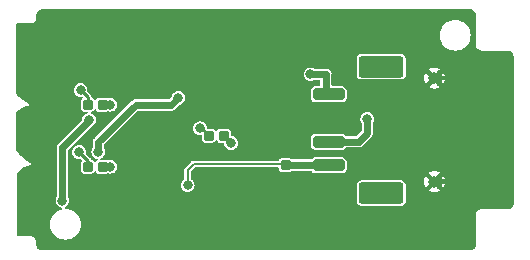
<source format=gbr>
%TF.GenerationSoftware,KiCad,Pcbnew,(6.0.7)*%
%TF.CreationDate,2022-08-24T15:08:17+02:00*%
%TF.ProjectId,diff-probe,64696666-2d70-4726-9f62-652e6b696361,rev?*%
%TF.SameCoordinates,Original*%
%TF.FileFunction,Copper,L2,Bot*%
%TF.FilePolarity,Positive*%
%FSLAX46Y46*%
G04 Gerber Fmt 4.6, Leading zero omitted, Abs format (unit mm)*
G04 Created by KiCad (PCBNEW (6.0.7)) date 2022-08-24 15:08:17*
%MOMM*%
%LPD*%
G01*
G04 APERTURE LIST*
G04 Aperture macros list*
%AMRoundRect*
0 Rectangle with rounded corners*
0 $1 Rounding radius*
0 $2 $3 $4 $5 $6 $7 $8 $9 X,Y pos of 4 corners*
0 Add a 4 corners polygon primitive as box body*
4,1,4,$2,$3,$4,$5,$6,$7,$8,$9,$2,$3,0*
0 Add four circle primitives for the rounded corners*
1,1,$1+$1,$2,$3*
1,1,$1+$1,$4,$5*
1,1,$1+$1,$6,$7*
1,1,$1+$1,$8,$9*
0 Add four rect primitives between the rounded corners*
20,1,$1+$1,$2,$3,$4,$5,0*
20,1,$1+$1,$4,$5,$6,$7,0*
20,1,$1+$1,$6,$7,$8,$9,0*
20,1,$1+$1,$8,$9,$2,$3,0*%
G04 Aperture macros list end*
%TA.AperFunction,SMDPad,CuDef*%
%ADD10R,5.080000X2.420000*%
%TD*%
%TA.AperFunction,SMDPad,CuDef*%
%ADD11R,0.950000X0.460000*%
%TD*%
%TA.AperFunction,ComponentPad*%
%ADD12C,0.970000*%
%TD*%
%TA.AperFunction,SMDPad,CuDef*%
%ADD13RoundRect,0.100000X-0.300000X0.300000X-0.300000X-0.300000X0.300000X-0.300000X0.300000X0.300000X0*%
%TD*%
%TA.AperFunction,SMDPad,CuDef*%
%ADD14RoundRect,0.100000X0.300000X-0.300000X0.300000X0.300000X-0.300000X0.300000X-0.300000X-0.300000X0*%
%TD*%
%TA.AperFunction,SMDPad,CuDef*%
%ADD15RoundRect,0.250000X-1.100000X0.250000X-1.100000X-0.250000X1.100000X-0.250000X1.100000X0.250000X0*%
%TD*%
%TA.AperFunction,SMDPad,CuDef*%
%ADD16RoundRect,0.250000X-1.650000X0.650000X-1.650000X-0.650000X1.650000X-0.650000X1.650000X0.650000X0*%
%TD*%
%TA.AperFunction,SMDPad,CuDef*%
%ADD17RoundRect,0.100000X-0.300000X-0.300000X0.300000X-0.300000X0.300000X0.300000X-0.300000X0.300000X0*%
%TD*%
%TA.AperFunction,SMDPad,CuDef*%
%ADD18RoundRect,0.100000X0.300000X0.300000X-0.300000X0.300000X-0.300000X-0.300000X0.300000X-0.300000X0*%
%TD*%
%TA.AperFunction,ViaPad*%
%ADD19C,0.800000*%
%TD*%
%TA.AperFunction,Conductor*%
%ADD20C,0.250000*%
%TD*%
%TA.AperFunction,Conductor*%
%ADD21C,0.254000*%
%TD*%
%TA.AperFunction,Conductor*%
%ADD22C,0.600000*%
%TD*%
%TA.AperFunction,Conductor*%
%ADD23C,0.400000*%
%TD*%
%TA.AperFunction,Conductor*%
%ADD24C,0.200000*%
%TD*%
G04 APERTURE END LIST*
D10*
%TO.P,X2,2,2*%
%TO.N,GND*%
X170530000Y-93620000D03*
D11*
X167540000Y-93620000D03*
D10*
X170530000Y-102380000D03*
D11*
X167540000Y-102380000D03*
D12*
X167090000Y-102380000D03*
X167090000Y-93620000D03*
%TD*%
D13*
%TO.P,C1,P$1,1*%
%TO.N,/offset*%
X154500000Y-100975000D03*
D14*
%TO.P,C1,P$2,2*%
%TO.N,GND*%
X154500000Y-102225000D03*
%TD*%
D15*
%TO.P,J4,1,Pin_1*%
%TO.N,V+*%
X158150000Y-95000000D03*
%TO.P,J4,2,Pin_2*%
%TO.N,GND*%
X158150000Y-97000000D03*
%TO.P,J4,3,Pin_3*%
%TO.N,V-*%
X158150000Y-99000000D03*
%TO.P,J4,4,Pin_4*%
%TO.N,/offset*%
X158150000Y-101000000D03*
D16*
%TO.P,J4,MP*%
%TO.N,N/C*%
X162600000Y-103350000D03*
X162600000Y-92650000D03*
%TD*%
D17*
%TO.P,R27,P$1,1*%
%TO.N,Net-(IC3-Pad2)*%
X137756100Y-101128600D03*
D18*
%TO.P,R27,P$2,2*%
%TO.N,/PosIn1*%
X139006100Y-101128600D03*
%TD*%
D17*
%TO.P,R37,P$1,1*%
%TO.N,Net-(IC5-Pad2)*%
X137756100Y-95878600D03*
D18*
%TO.P,R37,P$2,2*%
%TO.N,/NegIn1*%
X139006100Y-95878600D03*
%TD*%
D17*
%TO.P,R38,P$1,1*%
%TO.N,/NEGMID*%
X148006100Y-98503600D03*
D18*
%TO.P,R38,P$2,2*%
%TO.N,/OUT*%
X149256100Y-98503600D03*
%TD*%
D19*
%TO.N,Net-(IC3-Pad2)*%
X137006000Y-99878600D03*
%TO.N,GND*%
X140900000Y-106000000D03*
X150800000Y-89800000D03*
X133700000Y-95000000D03*
X143506000Y-93378600D03*
X164000000Y-95100000D03*
X147100000Y-94000000D03*
X132600000Y-99600000D03*
X151300000Y-93400000D03*
X133175000Y-93225000D03*
X166400000Y-96900000D03*
X147200000Y-101879000D03*
X135700000Y-91800000D03*
X132631000Y-102504000D03*
X143600000Y-97400000D03*
X132631000Y-97503600D03*
X152200000Y-101879000D03*
X138500000Y-102400000D03*
X156200000Y-106000000D03*
X146100000Y-89800000D03*
X132300000Y-91800000D03*
X133700000Y-99600000D03*
X153300000Y-100200000D03*
X164900000Y-100200000D03*
X153500000Y-104200000D03*
X132525000Y-94550000D03*
X137700000Y-91800000D03*
X155600000Y-94600000D03*
X161600000Y-89800000D03*
X164300000Y-97700000D03*
X150800000Y-106000000D03*
X133700000Y-91800000D03*
X135800000Y-89800000D03*
X166700000Y-106000000D03*
X140900000Y-89800000D03*
X161700000Y-106000000D03*
X142881000Y-98003600D03*
X148600000Y-96800000D03*
X149000000Y-93600000D03*
X166100000Y-89800000D03*
X143000000Y-102400000D03*
X166400000Y-99300000D03*
X156200000Y-89800000D03*
X155200000Y-96300000D03*
X155146000Y-97753600D03*
X162700000Y-98700000D03*
X160800000Y-101200000D03*
X132600000Y-105000000D03*
X162800000Y-101200000D03*
X146100000Y-106000000D03*
X133900000Y-105000000D03*
X158700000Y-103600000D03*
%TO.N,V+*%
X138631000Y-99868600D03*
X145400000Y-95300000D03*
X156600000Y-93300000D03*
%TO.N,V-*%
X135600000Y-104000000D03*
X137851000Y-97158600D03*
X161400000Y-97100000D03*
%TO.N,/NEGMID*%
X147256000Y-97878600D03*
%TO.N,/OUT*%
X149881000Y-99128600D03*
%TO.N,Net-(IC5-Pad2)*%
X137131000Y-94628600D03*
%TO.N,/PosIn1*%
X139631000Y-101129000D03*
%TO.N,/NegIn1*%
X139631000Y-95878600D03*
%TO.N,/offset*%
X146200000Y-102700000D03*
%TD*%
D20*
%TO.N,Net-(IC3-Pad2)*%
X137756100Y-101128600D02*
X137756000Y-101128700D01*
X137729000Y-100601000D02*
X137006000Y-99878600D01*
X137729000Y-101129000D02*
X137729000Y-100601000D01*
X137756000Y-101128700D02*
X137756000Y-101129000D01*
X137756000Y-101129000D02*
X137729000Y-101129000D01*
D21*
%TO.N,GND*%
X170501000Y-102254000D02*
X171251000Y-102754000D01*
X171251000Y-93253600D02*
X170501000Y-93753600D01*
X170501000Y-92753600D02*
X171251000Y-93253600D01*
X171251000Y-102754000D02*
X170501000Y-103254000D01*
D22*
%TO.N,V+*%
X158150000Y-95000000D02*
X157900000Y-94750000D01*
X141800000Y-95900000D02*
X138631000Y-99068600D01*
X145400000Y-95300000D02*
X144800000Y-95900000D01*
X157900000Y-93300000D02*
X156600000Y-93300000D01*
X138631000Y-99068600D02*
X138631000Y-99868600D01*
X157900000Y-94750000D02*
X157900000Y-93300000D01*
X144800000Y-95900000D02*
X141800000Y-95900000D01*
%TO.N,V-*%
X160700000Y-99000000D02*
X161400000Y-98300000D01*
X135600000Y-99500000D02*
X135600000Y-104000000D01*
X137851000Y-97158600D02*
X137851000Y-97248900D01*
X161400000Y-98300000D02*
X161400000Y-97100000D01*
X158150000Y-99000000D02*
X160700000Y-99000000D01*
X137851000Y-97248900D02*
X135600000Y-99500000D01*
D20*
%TO.N,/NEGMID*%
X148006100Y-98503600D02*
X148006000Y-98503600D01*
D21*
X147381000Y-97878600D02*
X148006000Y-98503600D01*
X147256000Y-97878600D02*
X147381000Y-97878600D01*
D23*
%TO.N,/OUT*%
X149256000Y-98503600D02*
X149256100Y-98503600D01*
X149256000Y-98503700D02*
X149256000Y-98503600D01*
X149881000Y-99128600D02*
X149256000Y-98503700D01*
X149256000Y-98503700D02*
X149256000Y-98503600D01*
D21*
%TO.N,Net-(IC5-Pad2)*%
X137131000Y-94628600D02*
X137756000Y-95253600D01*
X137756000Y-95253600D02*
X137756000Y-95878600D01*
D20*
X137756100Y-95878600D02*
X137756000Y-95878600D01*
D21*
%TO.N,/PosIn1*%
X139006000Y-101129000D02*
X139006500Y-101129000D01*
X139006500Y-101129000D02*
X139631000Y-101129000D01*
D20*
X139006500Y-101129000D02*
X139006100Y-101128600D01*
D21*
%TO.N,/NegIn1*%
X139631000Y-95878600D02*
X139006100Y-95878600D01*
D20*
%TO.N,/offset*%
X146200000Y-102400000D02*
X146200000Y-102700000D01*
D22*
X154525000Y-100975000D02*
X158125000Y-100975000D01*
X154525000Y-100975000D02*
X154600000Y-100900000D01*
D24*
X154600000Y-100900000D02*
X146700000Y-100900000D01*
D22*
X158125000Y-100975000D02*
X158150000Y-101000000D01*
D24*
X146200000Y-101400000D02*
X146200000Y-102400000D01*
X146700000Y-100900000D02*
X146200000Y-101400000D01*
D22*
X154500000Y-100975000D02*
X154525000Y-100975000D01*
%TD*%
%TA.AperFunction,NonConductor*%
G36*
X170132638Y-87951746D02*
G01*
X170144265Y-87954420D01*
X170144266Y-87954420D01*
X170149641Y-87955656D01*
X170155022Y-87954439D01*
X170160539Y-87954448D01*
X170160539Y-87954454D01*
X170172486Y-87954062D01*
X170234890Y-87963946D01*
X170249466Y-87968682D01*
X170277451Y-87982941D01*
X170319126Y-88004175D01*
X170331529Y-88013186D01*
X170386814Y-88068471D01*
X170395824Y-88080873D01*
X170431299Y-88150496D01*
X170431317Y-88150532D01*
X170436055Y-88165112D01*
X170445877Y-88227127D01*
X170445476Y-88238747D01*
X170445590Y-88238747D01*
X170445581Y-88244263D01*
X170444344Y-88249641D01*
X170448292Y-88267087D01*
X170449500Y-88277902D01*
X170449500Y-90721657D01*
X170448254Y-90732637D01*
X170444344Y-90749641D01*
X170446583Y-90759537D01*
X170446737Y-90760217D01*
X170447709Y-90766228D01*
X170457353Y-90864140D01*
X170459636Y-90887322D01*
X170499691Y-91019367D01*
X170500823Y-91021486D01*
X170500824Y-91021487D01*
X170548279Y-91110267D01*
X170564738Y-91141060D01*
X170652275Y-91247725D01*
X170758940Y-91335262D01*
X170761059Y-91336395D01*
X170761061Y-91336396D01*
X170878513Y-91399176D01*
X170880633Y-91400309D01*
X171012678Y-91440364D01*
X171015066Y-91440599D01*
X171015070Y-91440600D01*
X171076170Y-91446617D01*
X171132346Y-91452150D01*
X171138595Y-91453177D01*
X171149282Y-91455655D01*
X171150000Y-91455656D01*
X171167224Y-91451727D01*
X171178122Y-91450500D01*
X173321657Y-91450500D01*
X173332638Y-91451746D01*
X173344265Y-91454420D01*
X173344266Y-91454420D01*
X173349641Y-91455656D01*
X173355022Y-91454439D01*
X173360539Y-91454448D01*
X173360539Y-91454454D01*
X173372486Y-91454062D01*
X173434890Y-91463946D01*
X173449466Y-91468682D01*
X173519126Y-91504175D01*
X173531529Y-91513186D01*
X173586814Y-91568471D01*
X173595824Y-91580873D01*
X173612030Y-91612678D01*
X173631317Y-91650532D01*
X173636055Y-91665112D01*
X173645877Y-91727127D01*
X173645476Y-91738747D01*
X173645590Y-91738747D01*
X173645581Y-91744263D01*
X173644344Y-91749641D01*
X173648292Y-91767087D01*
X173649500Y-91777902D01*
X173649500Y-104221634D01*
X173648253Y-104232617D01*
X173644344Y-104249600D01*
X173645561Y-104254983D01*
X173645550Y-104260501D01*
X173645545Y-104260501D01*
X173645934Y-104272451D01*
X173636040Y-104334853D01*
X173631302Y-104349429D01*
X173595797Y-104419097D01*
X173586788Y-104431496D01*
X173531496Y-104486788D01*
X173519097Y-104495797D01*
X173449429Y-104531302D01*
X173434853Y-104536040D01*
X173372835Y-104545873D01*
X173361216Y-104545474D01*
X173361216Y-104545588D01*
X173355696Y-104545580D01*
X173350318Y-104544344D01*
X173344936Y-104545563D01*
X173344935Y-104545563D01*
X173339629Y-104546765D01*
X173333153Y-104548232D01*
X173332901Y-104548289D01*
X173322077Y-104549500D01*
X171178587Y-104549500D01*
X171167513Y-104548232D01*
X171153467Y-104544973D01*
X171153465Y-104544973D01*
X171150759Y-104544345D01*
X171150041Y-104544344D01*
X171139415Y-104546766D01*
X171133328Y-104547755D01*
X171100439Y-104550988D01*
X171015097Y-104559378D01*
X171015093Y-104559379D01*
X171012701Y-104559614D01*
X171010403Y-104560311D01*
X171010397Y-104560312D01*
X170882941Y-104598958D01*
X170882937Y-104598960D01*
X170880637Y-104599657D01*
X170758925Y-104664701D01*
X170652246Y-104752246D01*
X170564701Y-104858925D01*
X170499657Y-104980637D01*
X170498960Y-104982937D01*
X170498958Y-104982941D01*
X170460312Y-105110397D01*
X170460311Y-105110403D01*
X170459614Y-105112701D01*
X170459379Y-105115093D01*
X170459378Y-105115097D01*
X170447848Y-105232379D01*
X170446819Y-105238642D01*
X170444345Y-105249323D01*
X170444344Y-105250041D01*
X170444961Y-105252742D01*
X170448271Y-105267240D01*
X170449500Y-105278147D01*
X170449500Y-107721634D01*
X170448253Y-107732617D01*
X170444344Y-107749600D01*
X170445561Y-107754983D01*
X170445550Y-107760501D01*
X170445545Y-107760501D01*
X170445934Y-107772451D01*
X170436040Y-107834853D01*
X170431302Y-107849429D01*
X170395797Y-107919097D01*
X170386788Y-107931496D01*
X170331496Y-107986788D01*
X170319097Y-107995797D01*
X170249429Y-108031302D01*
X170234853Y-108036040D01*
X170172835Y-108045873D01*
X170161216Y-108045474D01*
X170161216Y-108045588D01*
X170155696Y-108045580D01*
X170150318Y-108044344D01*
X170144936Y-108045563D01*
X170144935Y-108045563D01*
X170143280Y-108045938D01*
X170133056Y-108048254D01*
X170132901Y-108048289D01*
X170122077Y-108049500D01*
X133878343Y-108049500D01*
X133867362Y-108048254D01*
X133855735Y-108045580D01*
X133855734Y-108045580D01*
X133850359Y-108044344D01*
X133844978Y-108045561D01*
X133839461Y-108045552D01*
X133839461Y-108045546D01*
X133827514Y-108045938D01*
X133765110Y-108036054D01*
X133750534Y-108031318D01*
X133680873Y-107995824D01*
X133668471Y-107986814D01*
X133613186Y-107931529D01*
X133604175Y-107919126D01*
X133595344Y-107901794D01*
X133568682Y-107849466D01*
X133563945Y-107834889D01*
X133554153Y-107773065D01*
X133554751Y-107756184D01*
X133554711Y-107756179D01*
X133554770Y-107755670D01*
X133554817Y-107754332D01*
X133555029Y-107753419D01*
X133555029Y-107753418D01*
X133555655Y-107750718D01*
X133555656Y-107750000D01*
X133551727Y-107732776D01*
X133550500Y-107721878D01*
X133550500Y-107578560D01*
X133551766Y-107567495D01*
X133555029Y-107553420D01*
X133555029Y-107553417D01*
X133555655Y-107550718D01*
X133555656Y-107550000D01*
X133555042Y-107547307D01*
X133555041Y-107547301D01*
X133553234Y-107539382D01*
X133552242Y-107533285D01*
X133540600Y-107415070D01*
X133540599Y-107415066D01*
X133540364Y-107412678D01*
X133500309Y-107280633D01*
X133491389Y-107263945D01*
X133436396Y-107161061D01*
X133436395Y-107161059D01*
X133435262Y-107158940D01*
X133347725Y-107052275D01*
X133241060Y-106964738D01*
X133238941Y-106963605D01*
X133238939Y-106963604D01*
X133121487Y-106900824D01*
X133121486Y-106900823D01*
X133119367Y-106899691D01*
X132987322Y-106859636D01*
X132984934Y-106859401D01*
X132984930Y-106859400D01*
X132923830Y-106853383D01*
X132867654Y-106847850D01*
X132861405Y-106846823D01*
X132850718Y-106844345D01*
X132850000Y-106844344D01*
X132847304Y-106844959D01*
X132832776Y-106848273D01*
X132821878Y-106849500D01*
X131760997Y-106849500D01*
X131736906Y-106839521D01*
X131736906Y-105964440D01*
X134394963Y-105964440D01*
X134396169Y-105985347D01*
X134408694Y-106202562D01*
X134409137Y-106204526D01*
X134409137Y-106204529D01*
X134432360Y-106307577D01*
X134461131Y-106435245D01*
X134550867Y-106656239D01*
X134551917Y-106657952D01*
X134668288Y-106847851D01*
X134675493Y-106859609D01*
X134729273Y-106921695D01*
X134830348Y-107038380D01*
X134830352Y-107038383D01*
X134831660Y-107039894D01*
X134848810Y-107054132D01*
X134975052Y-107158940D01*
X135015176Y-107192252D01*
X135016906Y-107193263D01*
X135016909Y-107193265D01*
X135114327Y-107250191D01*
X135221112Y-107312591D01*
X135443937Y-107397680D01*
X135445910Y-107398081D01*
X135445912Y-107398082D01*
X135675694Y-107444832D01*
X135675697Y-107444832D01*
X135677666Y-107445233D01*
X135679672Y-107445307D01*
X135679676Y-107445307D01*
X135822181Y-107450532D01*
X135916025Y-107453973D01*
X136152609Y-107423665D01*
X136381068Y-107355125D01*
X136466676Y-107313186D01*
X136593458Y-107251076D01*
X136593460Y-107251075D01*
X136595264Y-107250191D01*
X136616343Y-107235156D01*
X136787809Y-107112850D01*
X136789445Y-107111683D01*
X136790866Y-107110267D01*
X136956973Y-106944740D01*
X136956978Y-106944734D01*
X136958397Y-106943320D01*
X136959569Y-106941688D01*
X136959574Y-106941683D01*
X137096406Y-106751260D01*
X137096408Y-106751257D01*
X137097582Y-106749623D01*
X137203263Y-106535795D01*
X137272600Y-106307577D01*
X137303733Y-106071099D01*
X137305471Y-106000000D01*
X137285927Y-105762284D01*
X137257217Y-105647983D01*
X137228311Y-105532902D01*
X137228310Y-105532900D01*
X137227821Y-105530952D01*
X137132712Y-105312216D01*
X137110672Y-105278147D01*
X137004247Y-105113638D01*
X137004243Y-105113633D01*
X137003155Y-105111951D01*
X136842629Y-104935536D01*
X136841056Y-104934294D01*
X136841052Y-104934290D01*
X136657024Y-104788954D01*
X136655445Y-104787707D01*
X136648135Y-104783672D01*
X136448391Y-104673407D01*
X136448385Y-104673405D01*
X136446631Y-104672436D01*
X136221794Y-104592817D01*
X136219821Y-104592466D01*
X136219819Y-104592465D01*
X136110898Y-104573063D01*
X136000089Y-104553325D01*
X135968495Y-104533119D01*
X135960442Y-104496491D01*
X135978853Y-104466210D01*
X136028282Y-104428282D01*
X136124536Y-104302841D01*
X136137124Y-104272451D01*
X136183816Y-104159728D01*
X136183817Y-104159724D01*
X136185044Y-104156762D01*
X136198595Y-104053834D01*
X160499500Y-104053834D01*
X160502481Y-104085369D01*
X160547366Y-104213184D01*
X160627850Y-104322150D01*
X160736816Y-104402634D01*
X160740277Y-104403849D01*
X160740278Y-104403850D01*
X160815410Y-104430234D01*
X160864631Y-104447519D01*
X160867603Y-104447800D01*
X160895020Y-104450392D01*
X160895027Y-104450392D01*
X160896166Y-104450500D01*
X164303834Y-104450500D01*
X164304973Y-104450392D01*
X164304980Y-104450392D01*
X164332397Y-104447800D01*
X164335369Y-104447519D01*
X164384590Y-104430234D01*
X164459722Y-104403850D01*
X164459723Y-104403849D01*
X164463184Y-104402634D01*
X164572150Y-104322150D01*
X164652634Y-104213184D01*
X164697519Y-104085369D01*
X164700500Y-104053834D01*
X164700500Y-103132613D01*
X166624268Y-103132613D01*
X166626006Y-103136809D01*
X166642982Y-103149143D01*
X166647409Y-103151699D01*
X166812672Y-103225278D01*
X166817523Y-103226854D01*
X166994474Y-103264467D01*
X166999547Y-103265000D01*
X167180453Y-103265000D01*
X167185526Y-103264467D01*
X167362477Y-103226854D01*
X167367328Y-103225278D01*
X167532591Y-103151699D01*
X167537018Y-103149143D01*
X167551885Y-103138342D01*
X167555783Y-103131981D01*
X167554722Y-103127565D01*
X167096893Y-102669736D01*
X167090000Y-102666881D01*
X167083107Y-102669736D01*
X166627123Y-103125720D01*
X166624268Y-103132613D01*
X164700500Y-103132613D01*
X164700500Y-102646166D01*
X164697519Y-102614631D01*
X164680952Y-102567455D01*
X164653850Y-102490278D01*
X164653849Y-102490277D01*
X164652634Y-102486816D01*
X164578829Y-102386893D01*
X164575621Y-102382550D01*
X166200393Y-102382550D01*
X166219303Y-102562464D01*
X166220364Y-102567455D01*
X166276266Y-102739503D01*
X166278344Y-102744171D01*
X166333734Y-102840110D01*
X166339651Y-102844650D01*
X166342940Y-102844217D01*
X166800264Y-102386893D01*
X166803119Y-102380000D01*
X167376881Y-102380000D01*
X167379736Y-102386893D01*
X167834500Y-102841657D01*
X167841393Y-102844512D01*
X167844457Y-102843243D01*
X167901656Y-102744171D01*
X167903734Y-102739503D01*
X167959636Y-102567455D01*
X167960697Y-102562464D01*
X167979607Y-102382550D01*
X167979607Y-102377450D01*
X167960697Y-102197536D01*
X167959636Y-102192545D01*
X167903734Y-102020497D01*
X167901656Y-102015829D01*
X167846266Y-101919890D01*
X167840349Y-101915350D01*
X167837060Y-101915783D01*
X167379736Y-102373107D01*
X167376881Y-102380000D01*
X166803119Y-102380000D01*
X166800264Y-102373107D01*
X166345500Y-101918343D01*
X166338607Y-101915488D01*
X166335543Y-101916757D01*
X166278344Y-102015829D01*
X166276266Y-102020497D01*
X166220364Y-102192545D01*
X166219303Y-102197536D01*
X166200393Y-102377450D01*
X166200393Y-102382550D01*
X164575621Y-102382550D01*
X164574326Y-102380796D01*
X164572150Y-102377850D01*
X164463184Y-102297366D01*
X164459723Y-102296151D01*
X164459722Y-102296150D01*
X164338188Y-102253471D01*
X164335369Y-102252481D01*
X164332397Y-102252200D01*
X164304980Y-102249608D01*
X164304973Y-102249608D01*
X164303834Y-102249500D01*
X160896166Y-102249500D01*
X160895027Y-102249608D01*
X160895020Y-102249608D01*
X160867603Y-102252200D01*
X160864631Y-102252481D01*
X160861812Y-102253471D01*
X160740278Y-102296150D01*
X160740277Y-102296151D01*
X160736816Y-102297366D01*
X160627850Y-102377850D01*
X160625674Y-102380796D01*
X160621171Y-102386893D01*
X160547366Y-102486816D01*
X160546151Y-102490277D01*
X160546150Y-102490278D01*
X160519048Y-102567455D01*
X160502481Y-102614631D01*
X160499500Y-102646166D01*
X160499500Y-104053834D01*
X136198595Y-104053834D01*
X136205682Y-104000000D01*
X136185044Y-103843238D01*
X136183817Y-103840276D01*
X136183816Y-103840272D01*
X136125764Y-103700124D01*
X136124536Y-103697159D01*
X136122582Y-103694613D01*
X136122580Y-103694609D01*
X136110626Y-103679030D01*
X136100500Y-103649201D01*
X136100500Y-102700000D01*
X145594318Y-102700000D01*
X145614956Y-102856762D01*
X145616183Y-102859724D01*
X145616184Y-102859728D01*
X145674235Y-102999875D01*
X145675464Y-103002841D01*
X145771718Y-103128282D01*
X145897159Y-103224536D01*
X145900122Y-103225763D01*
X145900125Y-103225765D01*
X146040272Y-103283816D01*
X146040276Y-103283817D01*
X146043238Y-103285044D01*
X146046419Y-103285463D01*
X146046420Y-103285463D01*
X146196817Y-103305263D01*
X146200000Y-103305682D01*
X146203183Y-103305263D01*
X146353580Y-103285463D01*
X146353581Y-103285463D01*
X146356762Y-103285044D01*
X146359724Y-103283817D01*
X146359728Y-103283816D01*
X146499875Y-103225765D01*
X146499878Y-103225763D01*
X146502841Y-103224536D01*
X146628282Y-103128282D01*
X146724536Y-103002841D01*
X146725765Y-102999875D01*
X146783816Y-102859728D01*
X146783817Y-102859724D01*
X146785044Y-102856762D01*
X146805682Y-102700000D01*
X146785044Y-102543238D01*
X146783817Y-102540276D01*
X146783816Y-102540272D01*
X146725765Y-102400125D01*
X146725763Y-102400122D01*
X146724536Y-102397159D01*
X146647029Y-102296150D01*
X146630238Y-102274267D01*
X146628282Y-102271718D01*
X146525102Y-102192545D01*
X146519671Y-102188378D01*
X146500919Y-102155900D01*
X146500500Y-102149504D01*
X146500500Y-101544767D01*
X146514852Y-101510119D01*
X146810119Y-101214852D01*
X146844767Y-101200500D01*
X153850500Y-101200500D01*
X153885148Y-101214852D01*
X153899500Y-101249500D01*
X153899500Y-101319646D01*
X153899670Y-101321071D01*
X153899670Y-101321078D01*
X153901996Y-101340622D01*
X153902618Y-101345846D01*
X153904108Y-101349201D01*
X153904109Y-101349204D01*
X153946224Y-101444018D01*
X153948061Y-101448153D01*
X153951262Y-101451348D01*
X153951263Y-101451350D01*
X153959650Y-101459722D01*
X154027287Y-101527241D01*
X154031425Y-101529071D01*
X154031426Y-101529071D01*
X154044208Y-101534722D01*
X154129673Y-101572506D01*
X154133329Y-101572932D01*
X154133332Y-101572933D01*
X154142724Y-101574028D01*
X154155354Y-101575500D01*
X154844646Y-101575500D01*
X154846071Y-101575330D01*
X154846078Y-101575330D01*
X154867200Y-101572816D01*
X154867201Y-101572816D01*
X154870846Y-101572382D01*
X154874201Y-101570892D01*
X154874204Y-101570891D01*
X154969018Y-101528776D01*
X154969019Y-101528775D01*
X154973153Y-101526939D01*
X154976347Y-101523739D01*
X154976349Y-101523738D01*
X155002917Y-101497123D01*
X155010145Y-101489882D01*
X155044824Y-101475500D01*
X156631739Y-101475500D01*
X156666387Y-101489852D01*
X156671150Y-101495384D01*
X156727850Y-101572150D01*
X156730796Y-101574326D01*
X156733159Y-101576071D01*
X156836816Y-101652634D01*
X156840277Y-101653849D01*
X156840278Y-101653850D01*
X156922350Y-101682671D01*
X156964631Y-101697519D01*
X156967603Y-101697800D01*
X156995020Y-101700392D01*
X156995027Y-101700392D01*
X156996166Y-101700500D01*
X159303834Y-101700500D01*
X159304973Y-101700392D01*
X159304980Y-101700392D01*
X159332397Y-101697800D01*
X159335369Y-101697519D01*
X159377650Y-101682671D01*
X159459722Y-101653850D01*
X159459723Y-101653849D01*
X159463184Y-101652634D01*
X159496510Y-101628019D01*
X166624219Y-101628019D01*
X166625279Y-101632436D01*
X167083107Y-102090264D01*
X167090000Y-102093119D01*
X167096893Y-102090264D01*
X167552877Y-101634280D01*
X167555732Y-101627387D01*
X167553994Y-101623191D01*
X167537018Y-101610857D01*
X167532591Y-101608301D01*
X167367328Y-101534722D01*
X167362477Y-101533146D01*
X167185526Y-101495533D01*
X167180453Y-101495000D01*
X166999547Y-101495000D01*
X166994474Y-101495533D01*
X166817523Y-101533146D01*
X166812672Y-101534722D01*
X166647412Y-101608300D01*
X166642980Y-101610859D01*
X166628116Y-101621659D01*
X166624219Y-101628019D01*
X159496510Y-101628019D01*
X159566841Y-101576071D01*
X159569204Y-101574326D01*
X159572150Y-101572150D01*
X159652634Y-101463184D01*
X159657913Y-101448153D01*
X159696529Y-101338188D01*
X159697519Y-101335369D01*
X159699142Y-101318201D01*
X159700392Y-101304980D01*
X159700392Y-101304973D01*
X159700500Y-101303834D01*
X159700500Y-100696166D01*
X159698738Y-100677520D01*
X159697800Y-100667603D01*
X159697519Y-100664631D01*
X159679726Y-100613963D01*
X159653850Y-100540278D01*
X159653849Y-100540277D01*
X159652634Y-100536816D01*
X159572150Y-100427850D01*
X159463184Y-100347366D01*
X159459723Y-100346151D01*
X159459722Y-100346150D01*
X159338188Y-100303471D01*
X159335369Y-100302481D01*
X159332397Y-100302200D01*
X159304980Y-100299608D01*
X159304973Y-100299608D01*
X159303834Y-100299500D01*
X156996166Y-100299500D01*
X156995027Y-100299608D01*
X156995020Y-100299608D01*
X156967603Y-100302200D01*
X156964631Y-100302481D01*
X156961812Y-100303471D01*
X156840278Y-100346150D01*
X156840277Y-100346151D01*
X156836816Y-100347366D01*
X156727850Y-100427850D01*
X156725674Y-100430796D01*
X156708083Y-100454612D01*
X156675954Y-100473955D01*
X156668669Y-100474500D01*
X155044815Y-100474500D01*
X155010197Y-100460178D01*
X155003652Y-100453644D01*
X154972713Y-100422759D01*
X154870327Y-100377494D01*
X154866671Y-100377068D01*
X154866668Y-100377067D01*
X154857276Y-100375972D01*
X154844646Y-100374500D01*
X154155354Y-100374500D01*
X154153929Y-100374670D01*
X154153922Y-100374670D01*
X154132800Y-100377184D01*
X154132799Y-100377184D01*
X154129154Y-100377618D01*
X154125799Y-100379108D01*
X154125796Y-100379109D01*
X154030982Y-100421224D01*
X154030981Y-100421225D01*
X154026847Y-100423061D01*
X154023652Y-100426262D01*
X154023650Y-100426263D01*
X153993716Y-100456250D01*
X153947759Y-100502287D01*
X153921598Y-100561463D01*
X153917685Y-100570313D01*
X153890549Y-100596199D01*
X153872869Y-100599500D01*
X146755626Y-100599500D01*
X146748805Y-100598999D01*
X146744658Y-100597575D01*
X146694280Y-100599466D01*
X146692442Y-100599500D01*
X146672052Y-100599500D01*
X146669831Y-100599914D01*
X146668362Y-100600049D01*
X146663074Y-100600637D01*
X146637317Y-100601604D01*
X146637316Y-100601604D01*
X146632792Y-100601774D01*
X146628633Y-100603561D01*
X146628632Y-100603561D01*
X146617106Y-100608513D01*
X146606736Y-100611664D01*
X146594392Y-100613963D01*
X146594391Y-100613963D01*
X146589947Y-100614791D01*
X146586098Y-100617163D01*
X146586094Y-100617165D01*
X146564151Y-100630691D01*
X146557783Y-100634000D01*
X146544703Y-100639620D01*
X146529937Y-100645964D01*
X146525051Y-100649977D01*
X146516550Y-100658478D01*
X146507614Y-100665542D01*
X146494652Y-100673532D01*
X146491149Y-100678139D01*
X146474935Y-100699461D01*
X146470579Y-100704449D01*
X146026850Y-101148179D01*
X146021673Y-101152648D01*
X146017731Y-101154575D01*
X146014655Y-101157891D01*
X145983440Y-101191541D01*
X145982164Y-101192865D01*
X145967752Y-101207277D01*
X145966478Y-101209134D01*
X145965533Y-101210271D01*
X145962210Y-101214427D01*
X145941599Y-101236646D01*
X145939925Y-101240841D01*
X145939921Y-101240848D01*
X145935269Y-101252509D01*
X145930166Y-101262067D01*
X145920508Y-101276146D01*
X145913938Y-101303834D01*
X145913512Y-101305628D01*
X145911347Y-101312473D01*
X145901401Y-101337403D01*
X145900117Y-101340622D01*
X145899500Y-101346915D01*
X145899500Y-101358936D01*
X145898176Y-101370250D01*
X145894660Y-101385066D01*
X145895271Y-101389553D01*
X145899052Y-101417338D01*
X145899500Y-101423946D01*
X145899500Y-102149504D01*
X145885148Y-102184152D01*
X145880329Y-102188378D01*
X145874899Y-102192545D01*
X145771718Y-102271718D01*
X145769762Y-102274267D01*
X145752971Y-102296150D01*
X145675464Y-102397159D01*
X145674237Y-102400122D01*
X145674235Y-102400125D01*
X145616184Y-102540272D01*
X145616183Y-102540276D01*
X145614956Y-102543238D01*
X145594318Y-102700000D01*
X136100500Y-102700000D01*
X136100500Y-99878600D01*
X136400318Y-99878600D01*
X136400737Y-99881783D01*
X136419221Y-100022180D01*
X136420956Y-100035362D01*
X136422183Y-100038324D01*
X136422184Y-100038328D01*
X136480235Y-100178475D01*
X136481464Y-100181441D01*
X136577718Y-100306882D01*
X136703159Y-100403136D01*
X136706122Y-100404363D01*
X136706125Y-100404365D01*
X136846272Y-100462416D01*
X136846276Y-100462417D01*
X136849238Y-100463644D01*
X136852419Y-100464063D01*
X136852420Y-100464063D01*
X137002817Y-100483863D01*
X137006000Y-100484282D01*
X137110765Y-100470489D01*
X137146989Y-100480196D01*
X137151786Y-100484400D01*
X137228915Y-100561466D01*
X137243280Y-100596106D01*
X137228960Y-100630743D01*
X137203859Y-100655887D01*
X137202029Y-100660025D01*
X137202029Y-100660026D01*
X137198679Y-100667603D01*
X137158594Y-100758273D01*
X137155600Y-100783954D01*
X137155600Y-101473246D01*
X137158718Y-101499446D01*
X137160208Y-101502801D01*
X137160209Y-101502804D01*
X137202324Y-101597618D01*
X137204161Y-101601753D01*
X137207362Y-101604948D01*
X137207363Y-101604950D01*
X137236745Y-101634280D01*
X137283387Y-101680841D01*
X137385773Y-101726106D01*
X137389429Y-101726532D01*
X137389432Y-101726533D01*
X137398824Y-101727628D01*
X137411454Y-101729100D01*
X138100746Y-101729100D01*
X138102171Y-101728930D01*
X138102178Y-101728930D01*
X138123300Y-101726416D01*
X138123301Y-101726416D01*
X138126946Y-101725982D01*
X138130301Y-101724492D01*
X138130304Y-101724491D01*
X138225118Y-101682376D01*
X138225119Y-101682375D01*
X138229253Y-101680539D01*
X138232448Y-101677338D01*
X138232450Y-101677337D01*
X138277272Y-101632436D01*
X138308341Y-101601313D01*
X138322536Y-101569204D01*
X138336272Y-101538136D01*
X138363409Y-101512250D01*
X138400901Y-101513133D01*
X138425869Y-101538058D01*
X138428849Y-101544767D01*
X138452127Y-101597173D01*
X138454161Y-101601753D01*
X138457362Y-101604948D01*
X138457363Y-101604950D01*
X138486745Y-101634280D01*
X138533387Y-101680841D01*
X138635773Y-101726106D01*
X138639429Y-101726532D01*
X138639432Y-101726533D01*
X138648824Y-101727628D01*
X138661454Y-101729100D01*
X139350746Y-101729100D01*
X139352171Y-101728930D01*
X139352178Y-101728930D01*
X139373300Y-101726416D01*
X139373301Y-101726416D01*
X139376946Y-101725982D01*
X139380301Y-101724492D01*
X139380304Y-101724491D01*
X139418584Y-101707487D01*
X139457226Y-101706998D01*
X139471269Y-101712815D01*
X139471273Y-101712816D01*
X139474238Y-101714044D01*
X139477419Y-101714463D01*
X139477420Y-101714463D01*
X139627817Y-101734263D01*
X139631000Y-101734682D01*
X139634183Y-101734263D01*
X139784580Y-101714463D01*
X139784581Y-101714463D01*
X139787762Y-101714044D01*
X139790724Y-101712817D01*
X139790728Y-101712816D01*
X139930875Y-101654765D01*
X139930878Y-101654763D01*
X139933841Y-101653536D01*
X140059282Y-101557282D01*
X140155536Y-101431841D01*
X140158488Y-101424715D01*
X140214816Y-101288728D01*
X140214817Y-101288724D01*
X140216044Y-101285762D01*
X140228265Y-101192938D01*
X140236263Y-101132183D01*
X140236682Y-101129000D01*
X140222219Y-101019140D01*
X140216463Y-100975420D01*
X140216463Y-100975419D01*
X140216044Y-100972238D01*
X140214817Y-100969276D01*
X140214816Y-100969272D01*
X140156765Y-100829125D01*
X140156763Y-100829122D01*
X140155536Y-100826159D01*
X140073359Y-100719064D01*
X140061238Y-100703267D01*
X140059282Y-100700718D01*
X139933841Y-100604464D01*
X139930878Y-100603237D01*
X139930875Y-100603235D01*
X139790728Y-100545184D01*
X139790724Y-100545183D01*
X139787762Y-100543956D01*
X139784581Y-100543537D01*
X139784580Y-100543537D01*
X139634183Y-100523737D01*
X139631000Y-100523318D01*
X139627817Y-100523737D01*
X139477420Y-100543537D01*
X139477419Y-100543537D01*
X139474238Y-100543956D01*
X139471273Y-100545184D01*
X139471270Y-100545185D01*
X139458139Y-100550624D01*
X139419575Y-100550170D01*
X139405519Y-100543956D01*
X139376427Y-100531094D01*
X139372771Y-100530668D01*
X139372768Y-100530667D01*
X139363376Y-100529572D01*
X139350746Y-100528100D01*
X138854349Y-100528100D01*
X138819701Y-100513748D01*
X138805349Y-100479100D01*
X138819701Y-100444452D01*
X138835598Y-100433830D01*
X138930872Y-100394366D01*
X138930873Y-100394365D01*
X138933841Y-100393136D01*
X139046250Y-100306882D01*
X139056733Y-100298838D01*
X139059282Y-100296882D01*
X139155536Y-100171441D01*
X139156765Y-100168475D01*
X139214816Y-100028328D01*
X139214817Y-100028324D01*
X139216044Y-100025362D01*
X139231026Y-99911566D01*
X139236263Y-99871783D01*
X139236682Y-99868600D01*
X139218119Y-99727602D01*
X139216463Y-99715020D01*
X139216463Y-99715019D01*
X139216044Y-99711838D01*
X139214817Y-99708876D01*
X139214816Y-99708872D01*
X139159678Y-99575759D01*
X139155536Y-99565759D01*
X139153582Y-99563213D01*
X139153580Y-99563209D01*
X139141626Y-99547630D01*
X139131500Y-99517801D01*
X139131500Y-99296230D01*
X139145854Y-99261580D01*
X140529009Y-97878600D01*
X146650318Y-97878600D01*
X146670956Y-98035362D01*
X146672183Y-98038324D01*
X146672184Y-98038328D01*
X146722748Y-98160399D01*
X146731464Y-98181441D01*
X146827718Y-98306882D01*
X146953159Y-98403136D01*
X146956122Y-98404363D01*
X146956125Y-98404365D01*
X147096272Y-98462416D01*
X147096276Y-98462417D01*
X147099238Y-98463644D01*
X147102419Y-98464063D01*
X147102420Y-98464063D01*
X147252817Y-98483863D01*
X147256000Y-98484282D01*
X147259183Y-98483863D01*
X147350204Y-98471880D01*
X147386429Y-98481587D01*
X147405181Y-98514065D01*
X147405600Y-98520461D01*
X147405600Y-98848246D01*
X147408718Y-98874446D01*
X147410208Y-98877801D01*
X147410209Y-98877804D01*
X147452324Y-98972618D01*
X147454161Y-98976753D01*
X147457362Y-98979948D01*
X147457363Y-98979950D01*
X147490856Y-99013384D01*
X147533387Y-99055841D01*
X147635773Y-99101106D01*
X147639429Y-99101532D01*
X147639432Y-99101533D01*
X147648176Y-99102552D01*
X147661454Y-99104100D01*
X148350746Y-99104100D01*
X148352171Y-99103930D01*
X148352178Y-99103930D01*
X148373300Y-99101416D01*
X148373301Y-99101416D01*
X148376946Y-99100982D01*
X148380301Y-99099492D01*
X148380304Y-99099491D01*
X148475118Y-99057376D01*
X148475119Y-99057375D01*
X148479253Y-99055539D01*
X148482448Y-99052338D01*
X148482450Y-99052337D01*
X148554710Y-98979950D01*
X148558341Y-98976313D01*
X148582900Y-98920763D01*
X148586272Y-98913136D01*
X148613409Y-98887250D01*
X148650901Y-98888133D01*
X148675869Y-98913058D01*
X148677889Y-98917606D01*
X148702127Y-98972173D01*
X148704161Y-98976753D01*
X148707362Y-98979948D01*
X148707363Y-98979950D01*
X148740856Y-99013384D01*
X148783387Y-99055841D01*
X148885773Y-99101106D01*
X148889429Y-99101532D01*
X148889432Y-99101533D01*
X148898176Y-99102552D01*
X148911454Y-99104100D01*
X149229120Y-99104100D01*
X149263768Y-99118452D01*
X149277701Y-99146704D01*
X149295537Y-99282180D01*
X149295956Y-99285362D01*
X149297183Y-99288324D01*
X149297184Y-99288328D01*
X149355235Y-99428475D01*
X149356464Y-99431441D01*
X149452718Y-99556882D01*
X149455267Y-99558838D01*
X149477319Y-99575759D01*
X149578159Y-99653136D01*
X149581122Y-99654363D01*
X149581125Y-99654365D01*
X149721272Y-99712416D01*
X149721276Y-99712417D01*
X149724238Y-99713644D01*
X149727419Y-99714063D01*
X149727420Y-99714063D01*
X149877817Y-99733863D01*
X149881000Y-99734282D01*
X149884183Y-99733863D01*
X150034580Y-99714063D01*
X150034581Y-99714063D01*
X150037762Y-99713644D01*
X150040724Y-99712417D01*
X150040728Y-99712416D01*
X150180875Y-99654365D01*
X150180878Y-99654363D01*
X150183841Y-99653136D01*
X150284681Y-99575759D01*
X150306733Y-99558838D01*
X150309282Y-99556882D01*
X150405536Y-99431441D01*
X150406765Y-99428475D01*
X150458393Y-99303834D01*
X156599500Y-99303834D01*
X156599608Y-99304973D01*
X156599608Y-99304980D01*
X156601100Y-99320757D01*
X156602481Y-99335369D01*
X156647366Y-99463184D01*
X156699993Y-99534435D01*
X156725320Y-99568724D01*
X156727850Y-99572150D01*
X156836816Y-99652634D01*
X156840277Y-99653849D01*
X156840278Y-99653850D01*
X156841745Y-99654365D01*
X156964631Y-99697519D01*
X156967603Y-99697800D01*
X156995020Y-99700392D01*
X156995027Y-99700392D01*
X156996166Y-99700500D01*
X159303834Y-99700500D01*
X159304973Y-99700392D01*
X159304980Y-99700392D01*
X159332397Y-99697800D01*
X159335369Y-99697519D01*
X159458255Y-99654365D01*
X159459722Y-99653850D01*
X159459723Y-99653849D01*
X159463184Y-99652634D01*
X159572150Y-99572150D01*
X159610383Y-99520388D01*
X159642511Y-99501045D01*
X159649796Y-99500500D01*
X160638420Y-99500500D01*
X160649233Y-99501708D01*
X160659447Y-99504019D01*
X160662929Y-99503803D01*
X160714649Y-99500594D01*
X160717683Y-99500500D01*
X160735940Y-99500500D01*
X160749111Y-99498614D01*
X160753017Y-99498213D01*
X160802538Y-99495141D01*
X160805817Y-99493957D01*
X160805823Y-99493956D01*
X160817006Y-99489919D01*
X160826696Y-99487503D01*
X160838462Y-99485818D01*
X160838463Y-99485818D01*
X160841918Y-99485323D01*
X160884120Y-99466135D01*
X160887083Y-99464788D01*
X160890726Y-99463305D01*
X160934100Y-99447647D01*
X160934102Y-99447646D01*
X160937387Y-99446460D01*
X160949801Y-99437391D01*
X160958423Y-99432353D01*
X160969250Y-99427430D01*
X160969255Y-99427427D01*
X160972428Y-99425984D01*
X160975068Y-99423709D01*
X160975070Y-99423708D01*
X161010018Y-99393594D01*
X161013080Y-99391162D01*
X161026336Y-99381478D01*
X161039101Y-99368713D01*
X161041764Y-99366240D01*
X161078391Y-99334680D01*
X161081037Y-99332400D01*
X161088586Y-99320753D01*
X161095053Y-99312761D01*
X161710364Y-98697450D01*
X161718865Y-98690657D01*
X161724770Y-98686931D01*
X161727720Y-98685070D01*
X161764328Y-98643619D01*
X161766407Y-98641407D01*
X161779320Y-98628494D01*
X161780363Y-98627103D01*
X161780372Y-98627092D01*
X161787304Y-98617842D01*
X161789787Y-98614792D01*
X161820310Y-98580231D01*
X161822623Y-98577612D01*
X161829160Y-98563689D01*
X161834300Y-98555135D01*
X161843526Y-98542824D01*
X161845779Y-98536816D01*
X161860939Y-98496375D01*
X161862466Y-98492750D01*
X161882071Y-98450994D01*
X161882071Y-98450992D01*
X161883553Y-98447837D01*
X161885919Y-98432642D01*
X161888454Y-98422979D01*
X161893852Y-98408581D01*
X161894166Y-98404365D01*
X161897529Y-98359105D01*
X161897977Y-98355200D01*
X161900209Y-98340860D01*
X161900500Y-98338991D01*
X161900500Y-98320930D01*
X161900635Y-98317299D01*
X161904217Y-98269096D01*
X161904217Y-98269095D01*
X161904476Y-98265609D01*
X161901580Y-98252042D01*
X161900500Y-98241813D01*
X161900500Y-97450799D01*
X161910626Y-97420970D01*
X161922580Y-97405391D01*
X161922582Y-97405387D01*
X161924536Y-97402841D01*
X161945249Y-97352835D01*
X161983816Y-97259728D01*
X161983817Y-97259724D01*
X161985044Y-97256762D01*
X162005682Y-97100000D01*
X161992368Y-96998872D01*
X161985463Y-96946420D01*
X161985463Y-96946419D01*
X161985044Y-96943238D01*
X161983817Y-96940276D01*
X161983816Y-96940272D01*
X161925765Y-96800125D01*
X161925763Y-96800122D01*
X161924536Y-96797159D01*
X161828282Y-96671718D01*
X161825521Y-96669599D01*
X161705390Y-96577420D01*
X161702841Y-96575464D01*
X161699878Y-96574237D01*
X161699875Y-96574235D01*
X161559728Y-96516184D01*
X161559724Y-96516183D01*
X161556762Y-96514956D01*
X161553581Y-96514537D01*
X161553580Y-96514537D01*
X161403183Y-96494737D01*
X161400000Y-96494318D01*
X161396817Y-96494737D01*
X161246420Y-96514537D01*
X161246419Y-96514537D01*
X161243238Y-96514956D01*
X161240276Y-96516183D01*
X161240272Y-96516184D01*
X161100125Y-96574235D01*
X161100122Y-96574237D01*
X161097159Y-96575464D01*
X161094610Y-96577420D01*
X160974480Y-96669599D01*
X160971718Y-96671718D01*
X160875464Y-96797159D01*
X160874237Y-96800122D01*
X160874235Y-96800125D01*
X160816184Y-96940272D01*
X160816183Y-96940276D01*
X160814956Y-96943238D01*
X160814537Y-96946419D01*
X160814537Y-96946420D01*
X160807632Y-96998872D01*
X160794318Y-97100000D01*
X160814956Y-97256762D01*
X160816183Y-97259724D01*
X160816184Y-97259728D01*
X160854751Y-97352835D01*
X160875464Y-97402841D01*
X160877418Y-97405387D01*
X160877420Y-97405391D01*
X160889374Y-97420970D01*
X160899500Y-97450799D01*
X160899500Y-98072391D01*
X160885148Y-98107039D01*
X160507038Y-98485148D01*
X160472390Y-98499500D01*
X159649796Y-98499500D01*
X159615148Y-98485148D01*
X159610382Y-98479612D01*
X159608257Y-98476734D01*
X159572150Y-98427850D01*
X159463184Y-98347366D01*
X159459723Y-98346151D01*
X159459722Y-98346150D01*
X159338188Y-98303471D01*
X159335369Y-98302481D01*
X159332397Y-98302200D01*
X159304980Y-98299608D01*
X159304973Y-98299608D01*
X159303834Y-98299500D01*
X156996166Y-98299500D01*
X156995027Y-98299608D01*
X156995020Y-98299608D01*
X156967603Y-98302200D01*
X156964631Y-98302481D01*
X156961812Y-98303471D01*
X156840278Y-98346150D01*
X156840277Y-98346151D01*
X156836816Y-98347366D01*
X156727850Y-98427850D01*
X156647366Y-98536816D01*
X156646151Y-98540277D01*
X156646150Y-98540278D01*
X156619983Y-98614792D01*
X156602481Y-98664631D01*
X156602200Y-98667603D01*
X156599745Y-98693577D01*
X156599500Y-98696166D01*
X156599500Y-99303834D01*
X150458393Y-99303834D01*
X150464816Y-99288328D01*
X150464817Y-99288324D01*
X150466044Y-99285362D01*
X150467286Y-99275932D01*
X150486263Y-99131783D01*
X150486682Y-99128600D01*
X150485761Y-99121601D01*
X150466463Y-98975020D01*
X150466463Y-98975019D01*
X150466044Y-98971838D01*
X150464817Y-98968876D01*
X150464816Y-98968872D01*
X150406765Y-98828725D01*
X150406763Y-98828722D01*
X150405536Y-98825759D01*
X150357409Y-98763038D01*
X150311238Y-98702867D01*
X150309282Y-98700318D01*
X150302378Y-98695020D01*
X150186390Y-98606020D01*
X150183841Y-98604064D01*
X150180878Y-98602837D01*
X150180875Y-98602835D01*
X150040728Y-98544784D01*
X150040724Y-98544783D01*
X150037762Y-98543556D01*
X150034581Y-98543137D01*
X150034580Y-98543137D01*
X149986566Y-98536816D01*
X149899203Y-98525314D01*
X149866726Y-98506563D01*
X149856600Y-98476734D01*
X149856600Y-98158954D01*
X149853482Y-98132754D01*
X149851992Y-98129399D01*
X149851991Y-98129396D01*
X149809876Y-98034582D01*
X149809875Y-98034581D01*
X149808039Y-98030447D01*
X149804838Y-98027252D01*
X149804837Y-98027250D01*
X149732323Y-97954863D01*
X149728813Y-97951359D01*
X149626427Y-97906094D01*
X149622771Y-97905668D01*
X149622768Y-97905667D01*
X149613376Y-97904572D01*
X149600746Y-97903100D01*
X148911454Y-97903100D01*
X148910029Y-97903270D01*
X148910022Y-97903270D01*
X148888900Y-97905784D01*
X148888899Y-97905784D01*
X148885254Y-97906218D01*
X148881899Y-97907708D01*
X148881896Y-97907709D01*
X148787082Y-97949824D01*
X148787081Y-97949825D01*
X148782947Y-97951661D01*
X148779752Y-97954862D01*
X148779750Y-97954863D01*
X148743513Y-97991163D01*
X148703859Y-98030887D01*
X148690094Y-98062023D01*
X148675928Y-98094064D01*
X148648791Y-98119950D01*
X148611299Y-98119067D01*
X148586331Y-98094142D01*
X148586297Y-98094064D01*
X148560222Y-98035362D01*
X148559876Y-98034582D01*
X148559875Y-98034581D01*
X148558039Y-98030447D01*
X148554838Y-98027252D01*
X148554837Y-98027250D01*
X148482323Y-97954863D01*
X148478813Y-97951359D01*
X148376427Y-97906094D01*
X148372771Y-97905668D01*
X148372768Y-97905667D01*
X148363376Y-97904572D01*
X148350746Y-97903100D01*
X147907880Y-97903100D01*
X147873232Y-97888748D01*
X147859299Y-97860496D01*
X147841463Y-97725020D01*
X147841463Y-97725019D01*
X147841044Y-97721838D01*
X147839817Y-97718876D01*
X147839816Y-97718872D01*
X147781765Y-97578725D01*
X147781763Y-97578722D01*
X147780536Y-97575759D01*
X147684282Y-97450318D01*
X147558841Y-97354064D01*
X147555878Y-97352837D01*
X147555875Y-97352835D01*
X147415728Y-97294784D01*
X147415724Y-97294783D01*
X147412762Y-97293556D01*
X147409581Y-97293137D01*
X147409580Y-97293137D01*
X147259183Y-97273337D01*
X147256000Y-97272918D01*
X147252817Y-97273337D01*
X147102420Y-97293137D01*
X147102419Y-97293137D01*
X147099238Y-97293556D01*
X147096276Y-97294783D01*
X147096272Y-97294784D01*
X146956125Y-97352835D01*
X146956122Y-97352837D01*
X146953159Y-97354064D01*
X146827718Y-97450318D01*
X146731464Y-97575759D01*
X146730237Y-97578722D01*
X146730235Y-97578725D01*
X146672184Y-97718872D01*
X146672183Y-97718876D01*
X146670956Y-97721838D01*
X146650318Y-97878600D01*
X140529009Y-97878600D01*
X140959301Y-97448362D01*
X141992943Y-96414850D01*
X142027589Y-96400500D01*
X144738420Y-96400500D01*
X144749233Y-96401708D01*
X144759447Y-96404019D01*
X144762929Y-96403803D01*
X144814649Y-96400594D01*
X144817683Y-96400500D01*
X144835940Y-96400500D01*
X144849111Y-96398614D01*
X144853017Y-96398213D01*
X144902538Y-96395141D01*
X144905817Y-96393957D01*
X144905823Y-96393956D01*
X144917006Y-96389919D01*
X144926696Y-96387503D01*
X144938462Y-96385818D01*
X144938463Y-96385818D01*
X144941918Y-96385323D01*
X144953181Y-96380202D01*
X144987083Y-96364788D01*
X144990726Y-96363305D01*
X145034100Y-96347647D01*
X145034102Y-96347646D01*
X145037387Y-96346460D01*
X145049801Y-96337391D01*
X145058423Y-96332353D01*
X145069250Y-96327430D01*
X145069255Y-96327427D01*
X145072428Y-96325984D01*
X145075068Y-96323709D01*
X145075070Y-96323708D01*
X145110018Y-96293594D01*
X145113080Y-96291162D01*
X145126336Y-96281478D01*
X145139101Y-96268713D01*
X145141764Y-96266240D01*
X145178391Y-96234680D01*
X145181037Y-96232400D01*
X145188586Y-96220753D01*
X145195053Y-96212761D01*
X145505854Y-95901960D01*
X145534106Y-95888027D01*
X145553580Y-95885463D01*
X145556762Y-95885044D01*
X145559724Y-95883817D01*
X145559728Y-95883816D01*
X145699875Y-95825765D01*
X145699878Y-95825763D01*
X145702841Y-95824536D01*
X145828282Y-95728282D01*
X145924536Y-95602841D01*
X145925765Y-95599875D01*
X145983816Y-95459728D01*
X145983818Y-95459722D01*
X145985044Y-95456762D01*
X146000655Y-95338188D01*
X146005263Y-95303183D01*
X146005682Y-95300000D01*
X146004834Y-95293556D01*
X145985463Y-95146420D01*
X145985463Y-95146419D01*
X145985044Y-95143238D01*
X145983817Y-95140276D01*
X145983816Y-95140272D01*
X145925765Y-95000125D01*
X145925763Y-95000122D01*
X145924536Y-94997159D01*
X145828282Y-94871718D01*
X145702841Y-94775464D01*
X145699878Y-94774237D01*
X145699875Y-94774235D01*
X145559728Y-94716184D01*
X145559724Y-94716183D01*
X145556762Y-94714956D01*
X145553581Y-94714537D01*
X145553580Y-94714537D01*
X145403183Y-94694737D01*
X145400000Y-94694318D01*
X145396817Y-94694737D01*
X145246420Y-94714537D01*
X145246419Y-94714537D01*
X145243238Y-94714956D01*
X145240276Y-94716183D01*
X145240272Y-94716184D01*
X145100125Y-94774235D01*
X145100122Y-94774237D01*
X145097159Y-94775464D01*
X144971718Y-94871718D01*
X144875464Y-94997159D01*
X144874237Y-95000122D01*
X144874235Y-95000125D01*
X144816184Y-95140272D01*
X144816183Y-95140276D01*
X144814956Y-95143238D01*
X144814537Y-95146420D01*
X144811973Y-95165894D01*
X144798040Y-95194146D01*
X144607038Y-95385148D01*
X144572390Y-95399500D01*
X141861594Y-95399500D01*
X141850777Y-95398291D01*
X141843991Y-95396755D01*
X141843990Y-95396755D01*
X141840584Y-95395984D01*
X141837098Y-95396200D01*
X141785374Y-95399406D01*
X141782343Y-95399500D01*
X141764060Y-95399500D01*
X141762336Y-95399747D01*
X141762334Y-95399747D01*
X141759971Y-95400086D01*
X141750893Y-95401385D01*
X141746998Y-95401784D01*
X141697493Y-95404853D01*
X141684390Y-95409582D01*
X141683013Y-95410079D01*
X141673329Y-95412493D01*
X141667563Y-95413319D01*
X141658082Y-95414677D01*
X141654905Y-95416121D01*
X141654903Y-95416122D01*
X141612931Y-95435206D01*
X141609289Y-95436688D01*
X141562641Y-95453525D01*
X141559824Y-95455583D01*
X141550209Y-95462606D01*
X141541589Y-95467642D01*
X141530752Y-95472569D01*
X141530746Y-95472573D01*
X141527572Y-95474016D01*
X141489989Y-95506399D01*
X141486912Y-95508842D01*
X141475217Y-95517384D01*
X141475208Y-95517392D01*
X141473688Y-95518502D01*
X141472361Y-95519829D01*
X141472355Y-95519834D01*
X141460897Y-95531292D01*
X141458257Y-95533741D01*
X141418963Y-95567600D01*
X141411423Y-95579232D01*
X141404956Y-95587226D01*
X140317777Y-96674267D01*
X138320649Y-98671142D01*
X138312152Y-98677932D01*
X138303280Y-98683530D01*
X138266690Y-98724961D01*
X138264611Y-98727173D01*
X138251700Y-98740083D01*
X138243707Y-98750746D01*
X138241236Y-98753781D01*
X138208377Y-98790988D01*
X138206894Y-98794147D01*
X138201848Y-98804894D01*
X138196701Y-98813458D01*
X138187489Y-98825748D01*
X138186264Y-98829015D01*
X138186263Y-98829017D01*
X138170066Y-98872215D01*
X138168540Y-98875837D01*
X138151065Y-98913058D01*
X138147447Y-98920763D01*
X138146910Y-98924212D01*
X138146909Y-98924215D01*
X138145082Y-98935944D01*
X138142547Y-98945606D01*
X138137155Y-98959988D01*
X138136896Y-98963467D01*
X138136896Y-98963468D01*
X138133474Y-99009480D01*
X138133026Y-99013384D01*
X138130500Y-99029609D01*
X138130500Y-99047653D01*
X138130365Y-99051287D01*
X138126522Y-99102960D01*
X138127251Y-99106376D01*
X138129421Y-99116545D01*
X138130500Y-99126771D01*
X138130500Y-99517801D01*
X138120374Y-99547630D01*
X138108420Y-99563209D01*
X138108418Y-99563213D01*
X138106464Y-99565759D01*
X138102322Y-99575759D01*
X138047184Y-99708872D01*
X138047183Y-99708876D01*
X138045956Y-99711838D01*
X138045537Y-99715019D01*
X138045537Y-99715020D01*
X138043881Y-99727602D01*
X138025318Y-99868600D01*
X138025737Y-99871783D01*
X138030975Y-99911566D01*
X138045956Y-100025362D01*
X138047183Y-100028324D01*
X138047184Y-100028328D01*
X138105235Y-100168475D01*
X138106464Y-100171441D01*
X138202718Y-100296882D01*
X138205267Y-100298838D01*
X138215750Y-100306882D01*
X138328159Y-100393136D01*
X138331122Y-100394363D01*
X138331125Y-100394365D01*
X138471272Y-100452416D01*
X138471276Y-100452417D01*
X138474238Y-100453644D01*
X138477419Y-100454063D01*
X138477420Y-100454063D01*
X138560614Y-100465016D01*
X138593092Y-100483768D01*
X138602799Y-100519993D01*
X138584047Y-100552471D01*
X138574112Y-100558376D01*
X138532947Y-100576661D01*
X138529752Y-100579862D01*
X138529750Y-100579863D01*
X138509013Y-100600637D01*
X138453859Y-100655887D01*
X138447108Y-100671158D01*
X138425928Y-100719064D01*
X138398791Y-100744950D01*
X138361299Y-100744067D01*
X138336331Y-100719142D01*
X138336297Y-100719064D01*
X138325312Y-100694333D01*
X138309876Y-100659582D01*
X138309875Y-100659581D01*
X138308039Y-100655447D01*
X138304838Y-100652252D01*
X138304837Y-100652250D01*
X138250066Y-100597575D01*
X138228813Y-100576359D01*
X138215138Y-100570313D01*
X138169575Y-100550170D01*
X138126427Y-100531094D01*
X138122771Y-100530668D01*
X138122768Y-100530667D01*
X138113376Y-100529572D01*
X138100746Y-100528100D01*
X138087718Y-100528100D01*
X138053070Y-100513748D01*
X138041673Y-100495860D01*
X138040333Y-100492178D01*
X138039588Y-100487955D01*
X138035503Y-100480880D01*
X138030613Y-100469080D01*
X138029607Y-100465332D01*
X138028496Y-100461192D01*
X138026037Y-100457683D01*
X138004984Y-100427643D01*
X138002676Y-100424021D01*
X137992227Y-100405922D01*
X137982194Y-100388545D01*
X137950693Y-100362112D01*
X137947556Y-100359239D01*
X137611910Y-100023871D01*
X137597544Y-99989228D01*
X137597963Y-99982813D01*
X137611263Y-99881784D01*
X137611263Y-99881783D01*
X137611682Y-99878600D01*
X137610785Y-99871783D01*
X137591463Y-99725020D01*
X137591463Y-99725019D01*
X137591044Y-99721838D01*
X137589817Y-99718876D01*
X137589816Y-99718872D01*
X137531765Y-99578725D01*
X137531763Y-99578722D01*
X137530536Y-99575759D01*
X137443936Y-99462899D01*
X137436238Y-99452867D01*
X137434282Y-99450318D01*
X137410870Y-99432353D01*
X137326251Y-99367423D01*
X137308841Y-99354064D01*
X137305878Y-99352837D01*
X137305875Y-99352835D01*
X137165728Y-99294784D01*
X137165724Y-99294783D01*
X137162762Y-99293556D01*
X137159581Y-99293137D01*
X137159580Y-99293137D01*
X137009183Y-99273337D01*
X137006000Y-99272918D01*
X137002817Y-99273337D01*
X136852420Y-99293137D01*
X136852419Y-99293137D01*
X136849238Y-99293556D01*
X136846276Y-99294783D01*
X136846272Y-99294784D01*
X136706125Y-99352835D01*
X136706122Y-99352837D01*
X136703159Y-99354064D01*
X136685749Y-99367423D01*
X136601131Y-99432353D01*
X136577718Y-99450318D01*
X136575762Y-99452867D01*
X136568064Y-99462899D01*
X136481464Y-99575759D01*
X136480237Y-99578722D01*
X136480235Y-99578725D01*
X136422184Y-99718872D01*
X136422183Y-99718876D01*
X136420956Y-99721838D01*
X136420537Y-99725019D01*
X136420537Y-99725020D01*
X136401215Y-99871783D01*
X136400318Y-99878600D01*
X136100500Y-99878600D01*
X136100500Y-99727602D01*
X136114851Y-99692955D01*
X136126464Y-99681342D01*
X138097000Y-97710718D01*
X138112895Y-97700097D01*
X138129991Y-97693015D01*
X138150875Y-97684365D01*
X138150878Y-97684364D01*
X138153841Y-97683136D01*
X138279282Y-97586882D01*
X138375536Y-97461441D01*
X138376765Y-97458475D01*
X138434816Y-97318328D01*
X138434817Y-97318324D01*
X138436044Y-97315362D01*
X138456682Y-97158600D01*
X138436044Y-97001838D01*
X138434817Y-96998876D01*
X138434816Y-96998872D01*
X138376765Y-96858725D01*
X138376763Y-96858722D01*
X138375536Y-96855759D01*
X138327409Y-96793038D01*
X138281238Y-96732867D01*
X138279282Y-96730318D01*
X138153841Y-96634064D01*
X138150878Y-96632837D01*
X138150875Y-96632835D01*
X138007762Y-96573556D01*
X138008469Y-96571849D01*
X137983383Y-96552598D01*
X137978490Y-96515415D01*
X138001322Y-96485663D01*
X138025820Y-96479100D01*
X138100746Y-96479100D01*
X138102171Y-96478930D01*
X138102178Y-96478930D01*
X138123300Y-96476416D01*
X138123301Y-96476416D01*
X138126946Y-96475982D01*
X138130301Y-96474492D01*
X138130304Y-96474491D01*
X138225118Y-96432376D01*
X138225119Y-96432375D01*
X138229253Y-96430539D01*
X138232448Y-96427338D01*
X138232450Y-96427337D01*
X138295703Y-96363973D01*
X138308341Y-96351313D01*
X138333859Y-96293594D01*
X138336272Y-96288136D01*
X138363409Y-96262250D01*
X138400901Y-96263133D01*
X138425869Y-96288058D01*
X138428328Y-96293594D01*
X138452127Y-96347173D01*
X138454161Y-96351753D01*
X138457362Y-96354948D01*
X138457363Y-96354950D01*
X138488285Y-96385818D01*
X138533387Y-96430841D01*
X138635773Y-96476106D01*
X138639429Y-96476532D01*
X138639432Y-96476533D01*
X138648824Y-96477628D01*
X138661454Y-96479100D01*
X139350746Y-96479100D01*
X139352171Y-96478930D01*
X139352178Y-96478930D01*
X139373300Y-96476416D01*
X139373301Y-96476416D01*
X139376946Y-96475982D01*
X139380301Y-96474492D01*
X139380304Y-96474491D01*
X139419050Y-96457280D01*
X139457692Y-96456791D01*
X139471269Y-96462415D01*
X139471273Y-96462416D01*
X139474238Y-96463644D01*
X139477419Y-96464063D01*
X139477420Y-96464063D01*
X139627817Y-96483863D01*
X139631000Y-96484282D01*
X139634183Y-96483863D01*
X139784580Y-96464063D01*
X139784581Y-96464063D01*
X139787762Y-96463644D01*
X139790724Y-96462417D01*
X139790728Y-96462416D01*
X139930875Y-96404365D01*
X139930878Y-96404363D01*
X139933841Y-96403136D01*
X140023383Y-96334428D01*
X140056733Y-96308838D01*
X140059282Y-96306882D01*
X140155536Y-96181441D01*
X140168900Y-96149178D01*
X140214816Y-96038328D01*
X140214817Y-96038324D01*
X140216044Y-96035362D01*
X140226662Y-95954714D01*
X140236263Y-95881783D01*
X140236682Y-95878600D01*
X140236263Y-95875417D01*
X140216463Y-95725020D01*
X140216463Y-95725019D01*
X140216044Y-95721838D01*
X140214817Y-95718876D01*
X140214816Y-95718872D01*
X140156765Y-95578725D01*
X140156763Y-95578722D01*
X140155536Y-95575759D01*
X140059282Y-95450318D01*
X139933841Y-95354064D01*
X139930878Y-95352837D01*
X139930875Y-95352835D01*
X139790728Y-95294784D01*
X139790724Y-95294783D01*
X139787762Y-95293556D01*
X139784581Y-95293137D01*
X139784580Y-95293137D01*
X139634183Y-95273337D01*
X139631000Y-95272918D01*
X139627817Y-95273337D01*
X139477420Y-95293137D01*
X139477419Y-95293137D01*
X139474238Y-95293556D01*
X139471274Y-95294784D01*
X139471273Y-95294784D01*
X139457671Y-95300418D01*
X139419108Y-95299963D01*
X139379795Y-95282583D01*
X139376427Y-95281094D01*
X139372771Y-95280668D01*
X139372768Y-95280667D01*
X139363376Y-95279572D01*
X139350746Y-95278100D01*
X138661454Y-95278100D01*
X138660029Y-95278270D01*
X138660022Y-95278270D01*
X138638900Y-95280784D01*
X138638899Y-95280784D01*
X138635254Y-95281218D01*
X138631899Y-95282708D01*
X138631896Y-95282709D01*
X138537082Y-95324824D01*
X138537081Y-95324825D01*
X138532947Y-95326661D01*
X138529752Y-95329862D01*
X138529750Y-95329863D01*
X138505592Y-95354064D01*
X138453859Y-95405887D01*
X138450192Y-95414182D01*
X138425928Y-95469064D01*
X138398791Y-95494950D01*
X138361299Y-95494067D01*
X138336331Y-95469142D01*
X138336297Y-95469064D01*
X138321917Y-95436690D01*
X138309876Y-95409582D01*
X138309875Y-95409581D01*
X138308039Y-95405447D01*
X138304838Y-95402252D01*
X138304837Y-95402250D01*
X138255335Y-95352835D01*
X138228813Y-95326359D01*
X138126427Y-95281094D01*
X138122805Y-95280672D01*
X138093164Y-95257721D01*
X138087764Y-95233117D01*
X138087287Y-95233159D01*
X138086965Y-95229475D01*
X138086891Y-95229140D01*
X138086913Y-95228886D01*
X138086913Y-95228882D01*
X138087286Y-95224615D01*
X138076596Y-95184721D01*
X138075671Y-95180551D01*
X138071054Y-95154365D01*
X138068497Y-95139861D01*
X138064402Y-95132768D01*
X138059512Y-95120960D01*
X138058504Y-95117199D01*
X138057394Y-95113057D01*
X138033694Y-95079210D01*
X138031407Y-95075619D01*
X138012894Y-95043554D01*
X138010750Y-95039840D01*
X138007466Y-95037084D01*
X138007463Y-95037081D01*
X137979105Y-95013286D01*
X137975953Y-95010398D01*
X137737188Y-94771633D01*
X137722836Y-94736985D01*
X137723255Y-94730589D01*
X137736263Y-94631783D01*
X137736682Y-94628600D01*
X137725054Y-94540278D01*
X137716463Y-94475020D01*
X137716463Y-94475019D01*
X137716044Y-94471838D01*
X137714817Y-94468876D01*
X137714816Y-94468872D01*
X137656765Y-94328725D01*
X137656763Y-94328722D01*
X137655536Y-94325759D01*
X137559282Y-94200318D01*
X137433841Y-94104064D01*
X137430878Y-94102837D01*
X137430875Y-94102835D01*
X137290728Y-94044784D01*
X137290724Y-94044783D01*
X137287762Y-94043556D01*
X137284581Y-94043137D01*
X137284580Y-94043137D01*
X137134183Y-94023337D01*
X137131000Y-94022918D01*
X137127817Y-94023337D01*
X136977420Y-94043137D01*
X136977419Y-94043137D01*
X136974238Y-94043556D01*
X136971276Y-94044783D01*
X136971272Y-94044784D01*
X136831125Y-94102835D01*
X136831122Y-94102837D01*
X136828159Y-94104064D01*
X136702718Y-94200318D01*
X136606464Y-94325759D01*
X136605237Y-94328722D01*
X136605235Y-94328725D01*
X136547184Y-94468872D01*
X136547183Y-94468876D01*
X136545956Y-94471838D01*
X136545537Y-94475019D01*
X136545537Y-94475020D01*
X136536946Y-94540278D01*
X136525318Y-94628600D01*
X136525737Y-94631783D01*
X136544149Y-94771633D01*
X136545956Y-94785362D01*
X136547183Y-94788324D01*
X136547184Y-94788328D01*
X136605235Y-94928475D01*
X136606464Y-94931441D01*
X136702718Y-95056882D01*
X136828159Y-95153136D01*
X136831122Y-95154363D01*
X136831125Y-95154365D01*
X136971272Y-95212416D01*
X136971276Y-95212417D01*
X136974238Y-95213644D01*
X136977419Y-95214063D01*
X136977420Y-95214063D01*
X137127817Y-95233863D01*
X137131000Y-95234282D01*
X137159257Y-95230562D01*
X137232989Y-95220855D01*
X137269214Y-95230562D01*
X137274033Y-95234788D01*
X137291050Y-95251805D01*
X137305402Y-95286453D01*
X137291050Y-95321101D01*
X137285990Y-95325309D01*
X137282947Y-95326661D01*
X137203859Y-95405887D01*
X137158594Y-95508273D01*
X137155600Y-95533954D01*
X137155600Y-96223246D01*
X137155770Y-96224671D01*
X137155770Y-96224678D01*
X137158284Y-96245800D01*
X137158718Y-96249446D01*
X137160208Y-96252801D01*
X137160209Y-96252804D01*
X137202324Y-96347618D01*
X137204161Y-96351753D01*
X137207362Y-96354948D01*
X137207363Y-96354950D01*
X137238285Y-96385818D01*
X137283387Y-96430841D01*
X137385773Y-96476106D01*
X137389429Y-96476532D01*
X137389432Y-96476533D01*
X137398824Y-96477628D01*
X137411454Y-96479100D01*
X137676180Y-96479100D01*
X137710828Y-96493452D01*
X137725180Y-96528100D01*
X137710828Y-96562748D01*
X137693827Y-96572565D01*
X137694238Y-96573556D01*
X137551125Y-96632835D01*
X137551122Y-96632837D01*
X137548159Y-96634064D01*
X137422718Y-96730318D01*
X137420762Y-96732867D01*
X137374591Y-96793038D01*
X137326464Y-96855759D01*
X137325237Y-96858722D01*
X137325235Y-96858725D01*
X137267184Y-96998872D01*
X137267183Y-96998876D01*
X137265956Y-97001838D01*
X137265537Y-97005019D01*
X137265537Y-97005020D01*
X137249281Y-97128498D01*
X137235349Y-97156748D01*
X136670285Y-97721838D01*
X135289631Y-99102552D01*
X135281131Y-99109344D01*
X135275239Y-99113062D01*
X135275234Y-99113066D01*
X135272280Y-99114930D01*
X135269968Y-99117548D01*
X135235662Y-99156393D01*
X135233582Y-99158605D01*
X135220672Y-99171515D01*
X135212687Y-99182170D01*
X135210227Y-99185193D01*
X135177377Y-99222388D01*
X135170836Y-99236319D01*
X135165701Y-99244866D01*
X135156468Y-99257186D01*
X135155243Y-99260455D01*
X135155242Y-99260456D01*
X135139055Y-99303637D01*
X135137534Y-99307250D01*
X135116447Y-99352163D01*
X135115910Y-99355610D01*
X135115910Y-99355611D01*
X135114080Y-99367366D01*
X135111545Y-99377027D01*
X135106146Y-99391430D01*
X135105887Y-99394911D01*
X135105887Y-99394913D01*
X135102472Y-99440887D01*
X135102024Y-99444794D01*
X135100285Y-99455967D01*
X135099500Y-99461009D01*
X135099500Y-99479081D01*
X135099365Y-99482711D01*
X135095525Y-99534403D01*
X135096255Y-99537821D01*
X135098420Y-99547963D01*
X135099500Y-99558194D01*
X135099500Y-103649201D01*
X135089374Y-103679030D01*
X135077420Y-103694609D01*
X135077418Y-103694613D01*
X135075464Y-103697159D01*
X135074236Y-103700124D01*
X135016184Y-103840272D01*
X135016183Y-103840276D01*
X135014956Y-103843238D01*
X134994318Y-104000000D01*
X135014956Y-104156762D01*
X135016183Y-104159724D01*
X135016184Y-104159728D01*
X135062876Y-104272451D01*
X135075464Y-104302841D01*
X135171718Y-104428282D01*
X135174267Y-104430238D01*
X135195498Y-104446529D01*
X135297159Y-104524536D01*
X135300127Y-104525765D01*
X135300128Y-104525766D01*
X135350290Y-104546544D01*
X135376809Y-104573063D01*
X135376809Y-104610565D01*
X135346762Y-104638389D01*
X135285982Y-104658255D01*
X135074414Y-104768390D01*
X135072806Y-104769598D01*
X135072805Y-104769598D01*
X134987427Y-104833702D01*
X134883675Y-104911602D01*
X134842739Y-104954439D01*
X134720275Y-105082589D01*
X134720272Y-105082593D01*
X134718887Y-105084042D01*
X134717759Y-105085695D01*
X134717757Y-105085698D01*
X134595984Y-105264211D01*
X134584475Y-105281082D01*
X134583630Y-105282903D01*
X134583628Y-105282906D01*
X134484899Y-105495600D01*
X134484897Y-105495605D01*
X134484051Y-105497428D01*
X134420309Y-105727272D01*
X134394963Y-105964440D01*
X131736906Y-105964440D01*
X131736906Y-101855621D01*
X131820078Y-101755458D01*
X131823949Y-101751311D01*
X132003750Y-101579744D01*
X132008074Y-101576071D01*
X132199332Y-101431841D01*
X132206514Y-101426425D01*
X132211233Y-101423278D01*
X132425636Y-101297575D01*
X132430688Y-101294994D01*
X132658177Y-101194918D01*
X132663493Y-101192938D01*
X132808909Y-101148179D01*
X132881254Y-101125911D01*
X132893494Y-101123792D01*
X132898583Y-101123567D01*
X132899979Y-101123505D01*
X132899980Y-101123505D01*
X132904802Y-101123291D01*
X132986081Y-101085323D01*
X132989339Y-101081763D01*
X133043385Y-101022700D01*
X133043386Y-101022698D01*
X133046642Y-101019140D01*
X133059077Y-100984903D01*
X133075619Y-100939359D01*
X133075619Y-100939356D01*
X133077267Y-100934820D01*
X133075475Y-100894411D01*
X133076825Y-100884053D01*
X133076636Y-100884033D01*
X133077153Y-100879232D01*
X133078595Y-100874630D01*
X133070620Y-100785275D01*
X133068385Y-100780999D01*
X133068384Y-100780997D01*
X133031293Y-100710051D01*
X133029057Y-100705774D01*
X132996005Y-100678139D01*
X132963936Y-100651326D01*
X132963935Y-100651326D01*
X132960234Y-100648231D01*
X132948137Y-100644440D01*
X132937449Y-100639620D01*
X132704875Y-100499088D01*
X132701326Y-100496728D01*
X132464042Y-100323522D01*
X132460712Y-100320861D01*
X132239397Y-100127707D01*
X132236311Y-100124768D01*
X132099698Y-99982813D01*
X132032606Y-99913098D01*
X132029790Y-99909904D01*
X132007086Y-99881783D01*
X131845256Y-99681339D01*
X131842727Y-99677912D01*
X131826540Y-99653850D01*
X131732037Y-99513378D01*
X131724637Y-96646160D01*
X131776636Y-96592647D01*
X131780667Y-96588938D01*
X131949232Y-96450453D01*
X131953657Y-96447215D01*
X132136656Y-96328429D01*
X132141417Y-96325704D01*
X132227621Y-96282591D01*
X132255369Y-96268713D01*
X132336534Y-96228120D01*
X132341569Y-96225945D01*
X132470908Y-96178475D01*
X132546383Y-96150774D01*
X132551620Y-96149180D01*
X132743380Y-96102302D01*
X132755632Y-96100904D01*
X132767012Y-96101047D01*
X132771492Y-96099257D01*
X132776239Y-96098375D01*
X132776256Y-96098464D01*
X132777446Y-96098187D01*
X132777422Y-96098100D01*
X132782069Y-96096801D01*
X132786882Y-96096434D01*
X132816028Y-96081670D01*
X132819987Y-96079881D01*
X132850319Y-96067763D01*
X132853774Y-96064394D01*
X132857822Y-96061762D01*
X132857871Y-96061838D01*
X132858864Y-96061128D01*
X132858808Y-96061056D01*
X132862604Y-96058078D01*
X132866911Y-96055897D01*
X132870055Y-96052234D01*
X132870057Y-96052232D01*
X132888183Y-96031111D01*
X132891158Y-96027940D01*
X132911093Y-96008501D01*
X132914547Y-96005133D01*
X132916450Y-96000699D01*
X132919181Y-95996720D01*
X132919255Y-95996771D01*
X132919904Y-95995730D01*
X132919824Y-95995685D01*
X132922191Y-95991483D01*
X132925334Y-95987820D01*
X132926836Y-95983235D01*
X132926838Y-95983231D01*
X132935505Y-95956773D01*
X132937040Y-95952706D01*
X132948015Y-95927127D01*
X132948016Y-95927124D01*
X132949918Y-95922690D01*
X132949979Y-95917864D01*
X132950980Y-95913142D01*
X132951070Y-95913161D01*
X132951270Y-95911958D01*
X132951179Y-95911947D01*
X132951758Y-95907154D01*
X132953260Y-95902568D01*
X132950774Y-95869982D01*
X132950636Y-95865645D01*
X132950986Y-95837812D01*
X132951047Y-95832988D01*
X132949257Y-95828508D01*
X132948375Y-95823761D01*
X132948464Y-95823744D01*
X132948187Y-95822554D01*
X132948100Y-95822578D01*
X132946801Y-95817931D01*
X132946434Y-95813118D01*
X132931670Y-95783972D01*
X132929881Y-95780013D01*
X132919553Y-95754162D01*
X132917763Y-95749681D01*
X132914394Y-95746226D01*
X132911762Y-95742178D01*
X132911838Y-95742129D01*
X132911128Y-95741136D01*
X132911056Y-95741192D01*
X132908078Y-95737396D01*
X132905897Y-95733089D01*
X132902234Y-95729945D01*
X132902232Y-95729943D01*
X132881111Y-95711817D01*
X132877940Y-95708842D01*
X132858501Y-95688907D01*
X132855133Y-95685453D01*
X132850699Y-95683550D01*
X132846720Y-95680819D01*
X132846771Y-95680745D01*
X132845731Y-95680097D01*
X132845686Y-95680177D01*
X132841485Y-95677811D01*
X132837820Y-95674666D01*
X132833230Y-95673163D01*
X132833229Y-95673162D01*
X132825229Y-95670541D01*
X132814837Y-95665729D01*
X132570501Y-95515654D01*
X132567411Y-95513591D01*
X132316858Y-95332197D01*
X132313934Y-95329906D01*
X132077847Y-95130055D01*
X132075105Y-95127550D01*
X132060405Y-95113057D01*
X131854823Y-94910374D01*
X131852309Y-94907701D01*
X131784544Y-94829916D01*
X131719758Y-94755551D01*
X131716001Y-93300000D01*
X155994318Y-93300000D01*
X156014956Y-93456762D01*
X156016183Y-93459724D01*
X156016184Y-93459728D01*
X156039549Y-93516135D01*
X156075464Y-93602841D01*
X156171718Y-93728282D01*
X156297159Y-93824536D01*
X156300122Y-93825763D01*
X156300125Y-93825765D01*
X156440272Y-93883816D01*
X156440276Y-93883817D01*
X156443238Y-93885044D01*
X156446419Y-93885463D01*
X156446420Y-93885463D01*
X156596817Y-93905263D01*
X156600000Y-93905682D01*
X156603183Y-93905263D01*
X156753580Y-93885463D01*
X156753581Y-93885463D01*
X156756762Y-93885044D01*
X156759724Y-93883817D01*
X156759728Y-93883816D01*
X156899876Y-93825764D01*
X156902841Y-93824536D01*
X156905387Y-93822582D01*
X156905391Y-93822580D01*
X156920970Y-93810626D01*
X156950799Y-93800500D01*
X157350500Y-93800500D01*
X157385148Y-93814852D01*
X157399500Y-93849500D01*
X157399500Y-94250500D01*
X157385148Y-94285148D01*
X157350500Y-94299500D01*
X156996166Y-94299500D01*
X156995027Y-94299608D01*
X156995020Y-94299608D01*
X156967603Y-94302200D01*
X156964631Y-94302481D01*
X156961812Y-94303471D01*
X156840278Y-94346150D01*
X156840277Y-94346151D01*
X156836816Y-94347366D01*
X156727850Y-94427850D01*
X156647366Y-94536816D01*
X156602481Y-94664631D01*
X156602200Y-94667603D01*
X156599675Y-94694318D01*
X156599500Y-94696166D01*
X156599500Y-95303834D01*
X156599608Y-95304973D01*
X156599608Y-95304980D01*
X156601965Y-95329906D01*
X156602481Y-95335369D01*
X156603471Y-95338188D01*
X156625762Y-95401663D01*
X156647366Y-95463184D01*
X156727850Y-95572150D01*
X156836816Y-95652634D01*
X156840277Y-95653849D01*
X156840278Y-95653850D01*
X156915020Y-95680097D01*
X156964631Y-95697519D01*
X156967603Y-95697800D01*
X156995020Y-95700392D01*
X156995027Y-95700392D01*
X156996166Y-95700500D01*
X159303834Y-95700500D01*
X159304973Y-95700392D01*
X159304980Y-95700392D01*
X159332397Y-95697800D01*
X159335369Y-95697519D01*
X159384980Y-95680097D01*
X159459722Y-95653850D01*
X159459723Y-95653849D01*
X159463184Y-95652634D01*
X159572150Y-95572150D01*
X159652634Y-95463184D01*
X159674239Y-95401663D01*
X159696529Y-95338188D01*
X159697519Y-95335369D01*
X159698035Y-95329906D01*
X159700392Y-95304980D01*
X159700392Y-95304973D01*
X159700500Y-95303834D01*
X159700500Y-94696166D01*
X159700326Y-94694318D01*
X159697800Y-94667603D01*
X159697519Y-94664631D01*
X159652634Y-94536816D01*
X159572150Y-94427850D01*
X159497366Y-94372613D01*
X166624268Y-94372613D01*
X166626006Y-94376809D01*
X166642982Y-94389143D01*
X166647409Y-94391699D01*
X166812672Y-94465278D01*
X166817523Y-94466854D01*
X166994474Y-94504467D01*
X166999547Y-94505000D01*
X167180453Y-94505000D01*
X167185526Y-94504467D01*
X167362477Y-94466854D01*
X167367328Y-94465278D01*
X167532591Y-94391699D01*
X167537018Y-94389143D01*
X167551885Y-94378342D01*
X167555783Y-94371981D01*
X167554722Y-94367565D01*
X167096893Y-93909736D01*
X167090000Y-93906881D01*
X167083107Y-93909736D01*
X166627123Y-94365720D01*
X166624268Y-94372613D01*
X159497366Y-94372613D01*
X159463184Y-94347366D01*
X159459723Y-94346151D01*
X159459722Y-94346150D01*
X159338188Y-94303471D01*
X159335369Y-94302481D01*
X159332397Y-94302200D01*
X159304980Y-94299608D01*
X159304973Y-94299608D01*
X159303834Y-94299500D01*
X158449500Y-94299500D01*
X158414852Y-94285148D01*
X158400500Y-94250500D01*
X158400500Y-93353834D01*
X160499500Y-93353834D01*
X160502481Y-93385369D01*
X160503471Y-93388188D01*
X160520801Y-93437536D01*
X160547366Y-93513184D01*
X160549546Y-93516135D01*
X160624379Y-93617450D01*
X160627850Y-93622150D01*
X160736816Y-93702634D01*
X160740277Y-93703849D01*
X160740278Y-93703850D01*
X160815421Y-93730238D01*
X160864631Y-93747519D01*
X160867603Y-93747800D01*
X160895020Y-93750392D01*
X160895027Y-93750392D01*
X160896166Y-93750500D01*
X164303834Y-93750500D01*
X164304973Y-93750392D01*
X164304980Y-93750392D01*
X164332397Y-93747800D01*
X164335369Y-93747519D01*
X164384579Y-93730238D01*
X164459722Y-93703850D01*
X164459723Y-93703849D01*
X164463184Y-93702634D01*
X164571608Y-93622550D01*
X166200393Y-93622550D01*
X166219303Y-93802464D01*
X166220364Y-93807455D01*
X166276266Y-93979503D01*
X166278344Y-93984171D01*
X166333734Y-94080110D01*
X166339651Y-94084650D01*
X166342940Y-94084217D01*
X166800264Y-93626893D01*
X166803119Y-93620000D01*
X167376881Y-93620000D01*
X167379736Y-93626893D01*
X167834500Y-94081657D01*
X167841393Y-94084512D01*
X167844457Y-94083243D01*
X167901656Y-93984171D01*
X167903734Y-93979503D01*
X167959636Y-93807455D01*
X167960697Y-93802464D01*
X167979607Y-93622550D01*
X167979607Y-93617450D01*
X167960697Y-93437536D01*
X167959636Y-93432545D01*
X167903734Y-93260497D01*
X167901656Y-93255829D01*
X167846266Y-93159890D01*
X167840349Y-93155350D01*
X167837060Y-93155783D01*
X167379736Y-93613107D01*
X167376881Y-93620000D01*
X166803119Y-93620000D01*
X166800264Y-93613107D01*
X166345500Y-93158343D01*
X166338607Y-93155488D01*
X166335543Y-93156757D01*
X166278344Y-93255829D01*
X166276266Y-93260497D01*
X166220364Y-93432545D01*
X166219303Y-93437536D01*
X166200393Y-93617450D01*
X166200393Y-93622550D01*
X164571608Y-93622550D01*
X164572150Y-93622150D01*
X164575622Y-93617450D01*
X164650454Y-93516135D01*
X164652634Y-93513184D01*
X164679200Y-93437536D01*
X164696529Y-93388188D01*
X164697519Y-93385369D01*
X164700500Y-93353834D01*
X164700500Y-92868019D01*
X166624219Y-92868019D01*
X166625279Y-92872436D01*
X167083107Y-93330264D01*
X167090000Y-93333119D01*
X167096893Y-93330264D01*
X167552877Y-92874280D01*
X167555732Y-92867387D01*
X167553994Y-92863191D01*
X167537018Y-92850857D01*
X167532591Y-92848301D01*
X167367328Y-92774722D01*
X167362477Y-92773146D01*
X167185526Y-92735533D01*
X167180453Y-92735000D01*
X166999547Y-92735000D01*
X166994474Y-92735533D01*
X166817523Y-92773146D01*
X166812672Y-92774722D01*
X166647412Y-92848300D01*
X166642980Y-92850859D01*
X166628116Y-92861659D01*
X166624219Y-92868019D01*
X164700500Y-92868019D01*
X164700500Y-91946166D01*
X164697519Y-91914631D01*
X164652634Y-91786816D01*
X164572150Y-91677850D01*
X164463184Y-91597366D01*
X164459723Y-91596151D01*
X164459722Y-91596150D01*
X164338188Y-91553471D01*
X164335369Y-91552481D01*
X164332397Y-91552200D01*
X164304980Y-91549608D01*
X164304973Y-91549608D01*
X164303834Y-91549500D01*
X160896166Y-91549500D01*
X160895027Y-91549608D01*
X160895020Y-91549608D01*
X160867603Y-91552200D01*
X160864631Y-91552481D01*
X160861812Y-91553471D01*
X160740278Y-91596150D01*
X160740277Y-91596151D01*
X160736816Y-91597366D01*
X160627850Y-91677850D01*
X160547366Y-91786816D01*
X160502481Y-91914631D01*
X160499500Y-91946166D01*
X160499500Y-93353834D01*
X158400500Y-93353834D01*
X158400500Y-93308266D01*
X158400501Y-93307967D01*
X158400948Y-93234865D01*
X158400948Y-93234863D01*
X158400969Y-93231376D01*
X158391564Y-93198470D01*
X158390174Y-93191956D01*
X158385818Y-93161539D01*
X158385323Y-93158082D01*
X158377226Y-93140272D01*
X158372555Y-93129998D01*
X158370048Y-93123184D01*
X158362533Y-93096890D01*
X158362532Y-93096888D01*
X158361572Y-93093529D01*
X158343311Y-93064586D01*
X158340148Y-93058724D01*
X158327430Y-93030753D01*
X158325984Y-93027572D01*
X158323705Y-93024927D01*
X158323703Y-93024924D01*
X158305851Y-93004207D01*
X158301530Y-92998368D01*
X158286934Y-92975234D01*
X158286933Y-92975233D01*
X158285070Y-92972280D01*
X158282453Y-92969969D01*
X158282449Y-92969964D01*
X158259420Y-92949626D01*
X158254735Y-92944884D01*
X158234680Y-92921609D01*
X158232400Y-92918963D01*
X158206514Y-92902185D01*
X158200731Y-92897795D01*
X158180232Y-92879691D01*
X158177612Y-92877377D01*
X158146625Y-92862828D01*
X158140813Y-92859599D01*
X158123382Y-92848301D01*
X158112095Y-92840985D01*
X158082543Y-92832147D01*
X158075758Y-92829556D01*
X158050994Y-92817929D01*
X158050993Y-92817929D01*
X158047837Y-92816447D01*
X158044392Y-92815911D01*
X158044390Y-92815910D01*
X158025283Y-92812935D01*
X158014021Y-92811181D01*
X158007526Y-92809712D01*
X157974739Y-92799907D01*
X157941317Y-92799703D01*
X157939919Y-92799644D01*
X157938991Y-92799500D01*
X157908266Y-92799500D01*
X157907967Y-92799499D01*
X157834832Y-92799052D01*
X157834830Y-92799052D01*
X157831376Y-92799031D01*
X157830197Y-92799368D01*
X157828258Y-92799500D01*
X156950799Y-92799500D01*
X156920970Y-92789374D01*
X156905391Y-92777420D01*
X156905387Y-92777418D01*
X156902841Y-92775464D01*
X156870998Y-92762274D01*
X156759728Y-92716184D01*
X156759724Y-92716183D01*
X156756762Y-92714956D01*
X156753581Y-92714537D01*
X156753580Y-92714537D01*
X156603183Y-92694737D01*
X156600000Y-92694318D01*
X156596817Y-92694737D01*
X156446420Y-92714537D01*
X156446419Y-92714537D01*
X156443238Y-92714956D01*
X156440276Y-92716183D01*
X156440272Y-92716184D01*
X156300125Y-92774235D01*
X156300122Y-92774237D01*
X156297159Y-92775464D01*
X156171718Y-92871718D01*
X156075464Y-92997159D01*
X156074237Y-93000122D01*
X156074235Y-93000125D01*
X156016184Y-93140272D01*
X156016183Y-93140276D01*
X156014956Y-93143238D01*
X156014537Y-93146419D01*
X156014537Y-93146420D01*
X156013361Y-93155350D01*
X155994318Y-93300000D01*
X131716001Y-93300000D01*
X131707393Y-89964440D01*
X167394963Y-89964440D01*
X167396169Y-89985347D01*
X167408694Y-90202562D01*
X167409137Y-90204526D01*
X167409137Y-90204529D01*
X167432360Y-90307577D01*
X167461131Y-90435245D01*
X167550867Y-90656239D01*
X167551917Y-90657952D01*
X167669279Y-90849468D01*
X167675493Y-90859609D01*
X167701492Y-90889623D01*
X167830348Y-91038380D01*
X167830352Y-91038383D01*
X167831660Y-91039894D01*
X168015176Y-91192252D01*
X168016906Y-91193263D01*
X168016909Y-91193265D01*
X168112715Y-91249249D01*
X168221112Y-91312591D01*
X168443937Y-91397680D01*
X168445910Y-91398081D01*
X168445912Y-91398082D01*
X168675694Y-91444832D01*
X168675697Y-91444832D01*
X168677666Y-91445233D01*
X168679672Y-91445307D01*
X168679676Y-91445307D01*
X168834993Y-91451002D01*
X168916025Y-91453973D01*
X169152609Y-91423665D01*
X169381068Y-91355125D01*
X169382877Y-91354239D01*
X169593458Y-91251076D01*
X169593460Y-91251075D01*
X169595264Y-91250191D01*
X169598722Y-91247725D01*
X169787809Y-91112850D01*
X169789445Y-91111683D01*
X169801479Y-91099691D01*
X169956973Y-90944740D01*
X169956978Y-90944734D01*
X169958397Y-90943320D01*
X169959569Y-90941688D01*
X169959574Y-90941683D01*
X170096406Y-90751260D01*
X170096408Y-90751257D01*
X170097582Y-90749623D01*
X170203263Y-90535795D01*
X170272600Y-90307577D01*
X170303733Y-90071099D01*
X170305471Y-90000000D01*
X170285927Y-89762284D01*
X170257217Y-89647983D01*
X170228311Y-89532902D01*
X170228310Y-89532900D01*
X170227821Y-89530952D01*
X170132712Y-89312216D01*
X170101656Y-89264211D01*
X170004247Y-89113638D01*
X170004243Y-89113633D01*
X170003155Y-89111951D01*
X169842629Y-88935536D01*
X169841056Y-88934294D01*
X169841052Y-88934290D01*
X169657024Y-88788954D01*
X169655445Y-88787707D01*
X169648135Y-88783672D01*
X169448391Y-88673407D01*
X169448385Y-88673405D01*
X169446631Y-88672436D01*
X169221794Y-88592817D01*
X169219821Y-88592466D01*
X169219819Y-88592465D01*
X168988950Y-88551340D01*
X168988946Y-88551340D01*
X168986972Y-88550988D01*
X168984964Y-88550963D01*
X168984959Y-88550963D01*
X168858166Y-88549414D01*
X168748471Y-88548074D01*
X168746479Y-88548379D01*
X168746477Y-88548379D01*
X168630584Y-88566114D01*
X168512698Y-88584153D01*
X168285982Y-88658255D01*
X168074414Y-88768390D01*
X168072806Y-88769598D01*
X168072805Y-88769598D01*
X168003419Y-88821695D01*
X167883675Y-88911602D01*
X167882281Y-88913061D01*
X167720275Y-89082589D01*
X167720272Y-89082593D01*
X167718887Y-89084042D01*
X167717759Y-89085695D01*
X167717757Y-89085698D01*
X167595984Y-89264211D01*
X167584475Y-89281082D01*
X167583630Y-89282903D01*
X167583628Y-89282906D01*
X167484899Y-89495600D01*
X167484897Y-89495605D01*
X167484051Y-89497428D01*
X167420309Y-89727272D01*
X167394963Y-89964440D01*
X131707393Y-89964440D01*
X131705318Y-89160557D01*
X131729510Y-89150500D01*
X132821462Y-89150500D01*
X132832517Y-89151763D01*
X132846627Y-89155031D01*
X132846630Y-89155031D01*
X132849323Y-89155655D01*
X132850041Y-89155656D01*
X132860648Y-89153234D01*
X132866744Y-89152242D01*
X132886875Y-89150256D01*
X132987345Y-89140342D01*
X133119370Y-89100275D01*
X133241045Y-89035227D01*
X133347696Y-88947696D01*
X133435227Y-88841045D01*
X133500275Y-88719370D01*
X133540342Y-88587345D01*
X133552149Y-88467692D01*
X133553179Y-88461435D01*
X133555028Y-88453464D01*
X133555028Y-88453460D01*
X133555655Y-88450759D01*
X133555656Y-88450041D01*
X133551725Y-88432792D01*
X133550500Y-88421904D01*
X133550500Y-88278317D01*
X133551744Y-88267346D01*
X133551768Y-88267240D01*
X133555656Y-88250318D01*
X133554437Y-88244934D01*
X133554445Y-88239419D01*
X133554452Y-88239419D01*
X133554058Y-88227470D01*
X133554113Y-88227127D01*
X133563930Y-88165080D01*
X133568667Y-88150496D01*
X133604150Y-88080843D01*
X133613163Y-88068437D01*
X133668437Y-88013163D01*
X133680843Y-88004150D01*
X133750496Y-87968667D01*
X133765080Y-87963930D01*
X133827086Y-87954119D01*
X133838706Y-87954522D01*
X133838706Y-87954407D01*
X133844221Y-87954418D01*
X133849600Y-87955656D01*
X133854983Y-87954439D01*
X133855125Y-87954407D01*
X133867073Y-87951706D01*
X133877877Y-87950500D01*
X170121657Y-87950500D01*
X170132638Y-87951746D01*
G37*
%TD.AperFunction*%
%TA.AperFunction,Conductor*%
%TO.N,GND*%
G36*
X133875968Y-87800581D02*
G01*
X133876430Y-87800500D01*
X170139955Y-87800500D01*
X170150000Y-87804661D01*
X170156435Y-87801996D01*
X170157500Y-87802437D01*
X170157623Y-87801504D01*
X170255049Y-87814330D01*
X170276861Y-87820175D01*
X170364228Y-87856364D01*
X170383785Y-87867655D01*
X170458810Y-87925225D01*
X170474775Y-87941190D01*
X170532345Y-88016215D01*
X170543636Y-88035772D01*
X170579825Y-88123139D01*
X170585670Y-88144951D01*
X170598496Y-88242377D01*
X170598284Y-88242405D01*
X170598332Y-88242772D01*
X170595339Y-88250000D01*
X170599500Y-88260045D01*
X170599500Y-88272438D01*
X170599422Y-88276004D01*
X170599500Y-88276445D01*
X170599500Y-90739955D01*
X170595339Y-90750000D01*
X170596270Y-90752248D01*
X170598205Y-90769421D01*
X170609126Y-90866339D01*
X170609907Y-90873273D01*
X170611510Y-90877854D01*
X170641734Y-90964228D01*
X170650879Y-90990364D01*
X170716879Y-91095403D01*
X170804597Y-91183121D01*
X170832751Y-91200811D01*
X170905523Y-91246537D01*
X170905525Y-91246538D01*
X170909636Y-91249121D01*
X170914220Y-91250725D01*
X170914222Y-91250726D01*
X171010261Y-91284331D01*
X171026727Y-91290093D01*
X171031547Y-91290636D01*
X171031551Y-91290637D01*
X171127870Y-91301490D01*
X171127871Y-91301490D01*
X171147752Y-91303730D01*
X171150000Y-91304661D01*
X171160045Y-91300500D01*
X171172439Y-91300500D01*
X171176005Y-91300578D01*
X171176445Y-91300500D01*
X173339955Y-91300500D01*
X173350000Y-91304661D01*
X173356435Y-91301996D01*
X173357500Y-91302437D01*
X173357623Y-91301504D01*
X173455049Y-91314330D01*
X173476861Y-91320175D01*
X173564228Y-91356364D01*
X173583785Y-91367655D01*
X173658810Y-91425225D01*
X173674775Y-91441190D01*
X173732345Y-91516215D01*
X173743636Y-91535772D01*
X173779825Y-91623139D01*
X173785670Y-91644951D01*
X173798496Y-91742377D01*
X173798284Y-91742405D01*
X173798332Y-91742772D01*
X173795339Y-91750000D01*
X173799500Y-91760045D01*
X173799500Y-91772438D01*
X173799422Y-91776004D01*
X173799500Y-91776445D01*
X173799500Y-104239949D01*
X173795339Y-104249989D01*
X173798003Y-104256424D01*
X173797561Y-104257489D01*
X173798495Y-104257612D01*
X173785653Y-104355036D01*
X173779808Y-104376838D01*
X173758486Y-104428300D01*
X173743608Y-104464209D01*
X173732319Y-104483758D01*
X173674746Y-104558783D01*
X173658783Y-104574746D01*
X173583758Y-104632319D01*
X173564212Y-104643606D01*
X173476838Y-104679808D01*
X173455037Y-104685653D01*
X173401104Y-104692762D01*
X173357613Y-104698495D01*
X173357612Y-104698495D01*
X173357584Y-104698284D01*
X173357219Y-104698332D01*
X173349989Y-104695339D01*
X173339949Y-104699500D01*
X173327459Y-104699500D01*
X173323974Y-104699424D01*
X173323543Y-104699500D01*
X171160051Y-104699500D01*
X171150011Y-104695339D01*
X171147762Y-104696270D01*
X171026727Y-104709886D01*
X171022139Y-104711491D01*
X171022138Y-104711491D01*
X170959604Y-104733365D01*
X170909622Y-104750848D01*
X170804572Y-104816847D01*
X170716847Y-104904572D01*
X170650848Y-105009622D01*
X170609886Y-105126727D01*
X170596270Y-105247762D01*
X170595339Y-105250011D01*
X170599500Y-105260051D01*
X170599500Y-105272541D01*
X170599424Y-105276026D01*
X170599500Y-105276457D01*
X170599500Y-107739949D01*
X170595339Y-107749989D01*
X170598003Y-107756424D01*
X170597561Y-107757489D01*
X170598495Y-107757612D01*
X170585653Y-107855036D01*
X170579808Y-107876838D01*
X170543608Y-107964209D01*
X170532319Y-107983758D01*
X170474746Y-108058783D01*
X170458783Y-108074746D01*
X170383758Y-108132319D01*
X170364212Y-108143606D01*
X170276838Y-108179808D01*
X170255037Y-108185653D01*
X170201104Y-108192762D01*
X170157613Y-108198495D01*
X170157612Y-108198495D01*
X170157584Y-108198284D01*
X170157219Y-108198332D01*
X170149989Y-108195339D01*
X170139949Y-108199500D01*
X170127459Y-108199500D01*
X170123974Y-108199424D01*
X170123543Y-108199500D01*
X133860045Y-108199500D01*
X133850000Y-108195339D01*
X133843565Y-108198004D01*
X133842500Y-108197563D01*
X133842377Y-108198496D01*
X133744951Y-108185670D01*
X133723139Y-108179825D01*
X133635772Y-108143636D01*
X133616215Y-108132345D01*
X133541190Y-108074775D01*
X133525225Y-108058810D01*
X133467655Y-107983785D01*
X133456364Y-107964228D01*
X133420175Y-107876861D01*
X133414330Y-107855049D01*
X133401504Y-107757623D01*
X133401716Y-107757595D01*
X133401668Y-107757228D01*
X133404661Y-107750000D01*
X133400500Y-107739955D01*
X133400500Y-107727562D01*
X133400578Y-107723996D01*
X133400500Y-107723555D01*
X133400500Y-107560045D01*
X133404661Y-107550000D01*
X133403730Y-107547752D01*
X133401795Y-107530579D01*
X133390637Y-107431551D01*
X133390636Y-107431547D01*
X133390093Y-107426727D01*
X133384331Y-107410261D01*
X133350726Y-107314222D01*
X133350725Y-107314220D01*
X133349121Y-107309636D01*
X133346296Y-107305139D01*
X133300437Y-107232156D01*
X133283121Y-107204597D01*
X133195403Y-107116879D01*
X133100553Y-107057281D01*
X133094477Y-107053463D01*
X133094475Y-107053462D01*
X133090364Y-107050879D01*
X133085780Y-107049275D01*
X133085778Y-107049274D01*
X132977854Y-107011510D01*
X132973273Y-107009907D01*
X132968453Y-107009364D01*
X132968449Y-107009363D01*
X132872130Y-106998510D01*
X132872129Y-106998510D01*
X132852248Y-106996270D01*
X132850000Y-106995339D01*
X132839955Y-106999500D01*
X132827561Y-106999500D01*
X132823995Y-106999422D01*
X132823555Y-106999500D01*
X131798497Y-106999500D01*
X131742896Y-106979263D01*
X131713311Y-106928021D01*
X131711997Y-106913000D01*
X131711997Y-106000000D01*
X134544532Y-106000000D01*
X134544861Y-106003760D01*
X134560949Y-106187643D01*
X134564365Y-106226692D01*
X134623261Y-106446496D01*
X134719432Y-106652734D01*
X134849953Y-106839139D01*
X135010861Y-107000047D01*
X135116245Y-107073837D01*
X135176198Y-107115816D01*
X135197266Y-107130568D01*
X135200683Y-107132161D01*
X135200684Y-107132162D01*
X135400083Y-107225144D01*
X135400085Y-107225145D01*
X135403504Y-107226739D01*
X135407149Y-107227716D01*
X135407150Y-107227716D01*
X135457436Y-107241190D01*
X135623308Y-107285635D01*
X135627064Y-107285964D01*
X135627066Y-107285964D01*
X135846240Y-107305139D01*
X135850000Y-107305468D01*
X135853760Y-107305139D01*
X136072934Y-107285964D01*
X136072936Y-107285964D01*
X136076692Y-107285635D01*
X136242564Y-107241190D01*
X136292850Y-107227716D01*
X136292851Y-107227716D01*
X136296496Y-107226739D01*
X136299915Y-107225145D01*
X136299917Y-107225144D01*
X136499316Y-107132162D01*
X136499317Y-107132161D01*
X136502734Y-107130568D01*
X136523803Y-107115816D01*
X136583755Y-107073837D01*
X136689139Y-107000047D01*
X136850047Y-106839139D01*
X136980568Y-106652734D01*
X137076739Y-106446496D01*
X137135635Y-106226692D01*
X137139052Y-106187643D01*
X137155139Y-106003760D01*
X137155468Y-106000000D01*
X137135635Y-105773308D01*
X137076739Y-105553504D01*
X136983588Y-105353741D01*
X136982162Y-105350684D01*
X136982161Y-105350683D01*
X136980568Y-105347266D01*
X136850047Y-105160861D01*
X136689139Y-104999953D01*
X136567238Y-104914598D01*
X136505825Y-104871596D01*
X136505822Y-104871594D01*
X136502734Y-104869432D01*
X136499316Y-104867838D01*
X136299917Y-104774856D01*
X136299915Y-104774855D01*
X136296496Y-104773261D01*
X136076692Y-104714365D01*
X136072936Y-104714036D01*
X136072934Y-104714036D01*
X135859044Y-104695323D01*
X135805418Y-104670317D01*
X135780412Y-104616691D01*
X135795726Y-104559538D01*
X135833480Y-104529237D01*
X135862964Y-104517024D01*
X135886407Y-104507314D01*
X135886409Y-104507313D01*
X135891645Y-104505144D01*
X135910924Y-104490351D01*
X136007948Y-104415901D01*
X136012448Y-104412448D01*
X136093918Y-104306275D01*
X136101692Y-104296144D01*
X136101693Y-104296143D01*
X136105144Y-104291645D01*
X136163415Y-104150967D01*
X136183290Y-104000000D01*
X136182550Y-103994379D01*
X136164155Y-103854653D01*
X136164155Y-103854652D01*
X136163415Y-103849033D01*
X136105144Y-103708355D01*
X136096174Y-103696665D01*
X136078300Y-103644008D01*
X136078300Y-102700000D01*
X145616710Y-102700000D01*
X145636585Y-102850967D01*
X145694856Y-102991645D01*
X145698307Y-102996143D01*
X145698308Y-102996144D01*
X145720257Y-103024748D01*
X145787552Y-103112448D01*
X145908355Y-103205144D01*
X146049033Y-103263415D01*
X146054652Y-103264155D01*
X146054653Y-103264155D01*
X146194379Y-103282550D01*
X146200000Y-103283290D01*
X146205621Y-103282550D01*
X146345347Y-103264155D01*
X146345348Y-103264155D01*
X146350967Y-103263415D01*
X146491645Y-103205144D01*
X146612448Y-103112448D01*
X146679743Y-103024748D01*
X146701692Y-102996144D01*
X146701693Y-102996143D01*
X146705144Y-102991645D01*
X146763415Y-102850967D01*
X146783290Y-102700000D01*
X146766175Y-102569999D01*
X153700000Y-102569999D01*
X153700252Y-102574652D01*
X153706057Y-102628083D01*
X153708544Y-102638546D01*
X153754755Y-102761814D01*
X153760611Y-102772510D01*
X153839114Y-102877256D01*
X153847744Y-102885886D01*
X153952490Y-102964389D01*
X153963186Y-102970245D01*
X154086454Y-103016456D01*
X154096917Y-103018943D01*
X154150348Y-103024748D01*
X154155001Y-103025000D01*
X154284749Y-103025000D01*
X154296432Y-103020748D01*
X154300000Y-103014568D01*
X154300000Y-103009749D01*
X154700000Y-103009749D01*
X154704252Y-103021432D01*
X154710432Y-103025000D01*
X154844999Y-103025000D01*
X154849652Y-103024748D01*
X154903083Y-103018943D01*
X154913546Y-103016456D01*
X155036814Y-102970245D01*
X155047510Y-102964389D01*
X155152256Y-102885886D01*
X155160886Y-102877256D01*
X155239389Y-102772510D01*
X155245245Y-102761814D01*
X155287605Y-102648819D01*
X160521700Y-102648819D01*
X160521701Y-104051180D01*
X160524534Y-104081162D01*
X160567208Y-104202678D01*
X160643725Y-104306275D01*
X160747322Y-104382792D01*
X160753420Y-104384934D01*
X160753423Y-104384935D01*
X160841601Y-104415901D01*
X160868838Y-104425466D01*
X160890532Y-104427517D01*
X160896786Y-104428108D01*
X160896790Y-104428108D01*
X160898819Y-104428300D01*
X162598750Y-104428300D01*
X164301180Y-104428299D01*
X164331162Y-104425466D01*
X164358399Y-104415901D01*
X164446577Y-104384935D01*
X164446580Y-104384934D01*
X164452678Y-104382792D01*
X164556275Y-104306275D01*
X164632792Y-104202678D01*
X164675466Y-104081162D01*
X164677517Y-104059468D01*
X164678108Y-104053214D01*
X164678108Y-104053210D01*
X164678300Y-104051181D01*
X164678299Y-103133096D01*
X166625760Y-103133096D01*
X166626936Y-103137485D01*
X166641393Y-103147989D01*
X166649203Y-103152498D01*
X166810873Y-103224477D01*
X166819449Y-103227264D01*
X166992552Y-103264058D01*
X167001514Y-103265000D01*
X167178486Y-103265000D01*
X167187448Y-103264058D01*
X167360551Y-103227264D01*
X167369131Y-103224476D01*
X167468319Y-103180315D01*
X167527344Y-103176188D01*
X167575213Y-103210967D01*
X167590001Y-103259337D01*
X167590001Y-103618084D01*
X167590532Y-103624836D01*
X167603770Y-103708420D01*
X167607927Y-103721217D01*
X167659268Y-103821979D01*
X167667172Y-103832858D01*
X167747142Y-103912828D01*
X167758021Y-103920732D01*
X167858788Y-103972075D01*
X167871575Y-103976230D01*
X167955165Y-103989469D01*
X167961914Y-103990000D01*
X170314749Y-103990000D01*
X170326432Y-103985748D01*
X170330000Y-103979568D01*
X170330000Y-103974748D01*
X170730000Y-103974748D01*
X170734252Y-103986431D01*
X170740432Y-103989999D01*
X173098084Y-103989999D01*
X173104836Y-103989468D01*
X173188420Y-103976230D01*
X173201217Y-103972073D01*
X173301979Y-103920732D01*
X173312858Y-103912828D01*
X173392828Y-103832858D01*
X173400732Y-103821979D01*
X173452075Y-103721212D01*
X173456230Y-103708425D01*
X173469469Y-103624835D01*
X173470000Y-103618086D01*
X173470000Y-102595251D01*
X173465748Y-102583568D01*
X173459568Y-102580000D01*
X170745251Y-102580000D01*
X170733568Y-102584252D01*
X170730000Y-102590432D01*
X170730000Y-103974748D01*
X170330000Y-103974748D01*
X170330000Y-102595251D01*
X170325748Y-102583568D01*
X170319568Y-102580000D01*
X167755251Y-102580000D01*
X167743568Y-102584252D01*
X167740000Y-102590432D01*
X167740000Y-102963500D01*
X167719763Y-103019101D01*
X167668521Y-103048686D01*
X167653500Y-103050000D01*
X167426500Y-103050000D01*
X167370899Y-103029763D01*
X167341314Y-102978521D01*
X167340000Y-102963500D01*
X167340000Y-102428096D01*
X167333839Y-102411168D01*
X167333839Y-102383077D01*
X167321370Y-102429614D01*
X167311678Y-102441165D01*
X166631015Y-103121828D01*
X166625760Y-103133096D01*
X164678299Y-103133096D01*
X164678299Y-102648820D01*
X164675466Y-102618838D01*
X164667183Y-102595251D01*
X164634935Y-102503423D01*
X164634934Y-102503420D01*
X164632792Y-102497322D01*
X164556275Y-102393725D01*
X164543799Y-102384510D01*
X166200599Y-102384510D01*
X166219097Y-102560509D01*
X166220972Y-102569325D01*
X166275657Y-102737631D01*
X166279327Y-102745873D01*
X166330981Y-102835341D01*
X166340506Y-102843334D01*
X166342979Y-102843334D01*
X166345306Y-102841851D01*
X166796372Y-102390785D01*
X166801627Y-102379517D01*
X166799779Y-102372622D01*
X166349392Y-101922235D01*
X166338124Y-101916980D01*
X166335734Y-101917621D01*
X166333870Y-101919654D01*
X166279327Y-102014127D01*
X166275657Y-102022369D01*
X166220972Y-102190675D01*
X166219097Y-102199491D01*
X166200599Y-102375490D01*
X166200599Y-102384510D01*
X164543799Y-102384510D01*
X164452678Y-102317208D01*
X164446580Y-102315066D01*
X164446577Y-102315065D01*
X164336137Y-102276281D01*
X164336136Y-102276281D01*
X164331162Y-102274534D01*
X164309468Y-102272483D01*
X164303214Y-102271892D01*
X164303210Y-102271892D01*
X164301181Y-102271700D01*
X162601250Y-102271700D01*
X160898820Y-102271701D01*
X160868838Y-102274534D01*
X160863867Y-102276280D01*
X160863866Y-102276280D01*
X160753423Y-102315065D01*
X160753420Y-102315066D01*
X160747322Y-102317208D01*
X160643725Y-102393725D01*
X160567208Y-102497322D01*
X160565066Y-102503420D01*
X160565065Y-102503423D01*
X160532817Y-102595251D01*
X160524534Y-102618838D01*
X160524038Y-102624090D01*
X160521893Y-102646781D01*
X160521700Y-102648819D01*
X155287605Y-102648819D01*
X155291456Y-102638546D01*
X155293943Y-102628083D01*
X155299748Y-102574652D01*
X155300000Y-102569999D01*
X155300000Y-102440251D01*
X155295748Y-102428568D01*
X155289568Y-102425000D01*
X154715251Y-102425000D01*
X154703568Y-102429252D01*
X154700000Y-102435432D01*
X154700000Y-103009749D01*
X154300000Y-103009749D01*
X154300000Y-102440251D01*
X154295748Y-102428568D01*
X154289568Y-102425000D01*
X153715251Y-102425000D01*
X153703568Y-102429252D01*
X153700000Y-102435432D01*
X153700000Y-102569999D01*
X146766175Y-102569999D01*
X146764155Y-102554653D01*
X146764155Y-102554652D01*
X146763415Y-102549033D01*
X146705144Y-102408355D01*
X146697911Y-102398928D01*
X146615901Y-102292052D01*
X146612448Y-102287552D01*
X146512142Y-102210584D01*
X146480350Y-102160681D01*
X146478300Y-102141959D01*
X146478300Y-101551106D01*
X146498537Y-101495505D01*
X146503635Y-101489941D01*
X146789940Y-101203635D01*
X146843566Y-101178629D01*
X146851105Y-101178300D01*
X153835201Y-101178300D01*
X153890802Y-101198537D01*
X153920387Y-101249779D01*
X153921701Y-101264800D01*
X153921701Y-101316348D01*
X153924587Y-101340613D01*
X153927221Y-101346544D01*
X153927222Y-101346546D01*
X153951895Y-101402092D01*
X153955971Y-101461121D01*
X153924719Y-101506424D01*
X153847744Y-101564114D01*
X153839114Y-101572744D01*
X153760611Y-101677490D01*
X153754755Y-101688186D01*
X153708544Y-101811454D01*
X153706057Y-101821917D01*
X153700252Y-101875348D01*
X153700000Y-101880001D01*
X153700000Y-102009749D01*
X153704252Y-102021432D01*
X153710432Y-102025000D01*
X155284749Y-102025000D01*
X155296432Y-102020748D01*
X155300000Y-102014568D01*
X155300000Y-101880001D01*
X155299748Y-101875348D01*
X155293943Y-101821917D01*
X155291456Y-101811454D01*
X155245245Y-101688186D01*
X155239389Y-101677490D01*
X155175075Y-101591676D01*
X155157924Y-101535047D01*
X155181186Y-101480642D01*
X155233976Y-101453917D01*
X155244293Y-101453300D01*
X156624020Y-101453300D01*
X156679621Y-101473537D01*
X156693598Y-101488408D01*
X156743725Y-101556275D01*
X156847322Y-101632792D01*
X156853420Y-101634934D01*
X156853423Y-101634935D01*
X156940277Y-101665436D01*
X156968838Y-101675466D01*
X156990250Y-101677490D01*
X156996786Y-101678108D01*
X156996790Y-101678108D01*
X156998819Y-101678300D01*
X158149154Y-101678300D01*
X159301180Y-101678299D01*
X159331162Y-101675466D01*
X159359723Y-101665436D01*
X159446577Y-101634935D01*
X159446580Y-101634934D01*
X159452678Y-101632792D01*
X159458176Y-101628731D01*
X166625618Y-101628731D01*
X166626093Y-101633250D01*
X167311678Y-102318835D01*
X167333840Y-102366361D01*
X167333840Y-102351998D01*
X167340000Y-102340165D01*
X167340000Y-101796500D01*
X167360237Y-101740899D01*
X167411479Y-101711314D01*
X167426500Y-101710000D01*
X167653500Y-101710000D01*
X167709101Y-101730237D01*
X167738686Y-101781479D01*
X167740000Y-101796500D01*
X167740000Y-102164749D01*
X167744252Y-102176432D01*
X167750432Y-102180000D01*
X170314749Y-102180000D01*
X170326432Y-102175748D01*
X170330000Y-102169568D01*
X170330000Y-102164749D01*
X170730000Y-102164749D01*
X170734252Y-102176432D01*
X170740432Y-102180000D01*
X173454748Y-102180000D01*
X173466431Y-102175748D01*
X173469999Y-102169568D01*
X173469999Y-101141916D01*
X173469468Y-101135164D01*
X173456230Y-101051580D01*
X173452073Y-101038783D01*
X173400732Y-100938021D01*
X173392828Y-100927142D01*
X173312858Y-100847172D01*
X173301979Y-100839268D01*
X173201212Y-100787925D01*
X173188425Y-100783770D01*
X173104835Y-100770531D01*
X173098086Y-100770000D01*
X170745251Y-100770000D01*
X170733568Y-100774252D01*
X170730000Y-100780432D01*
X170730000Y-102164749D01*
X170330000Y-102164749D01*
X170330000Y-100785252D01*
X170325748Y-100773569D01*
X170319568Y-100770001D01*
X167961916Y-100770001D01*
X167955164Y-100770532D01*
X167871580Y-100783770D01*
X167858783Y-100787927D01*
X167758021Y-100839268D01*
X167747142Y-100847172D01*
X167667172Y-100927142D01*
X167659268Y-100938021D01*
X167607925Y-101038788D01*
X167603770Y-101051575D01*
X167590531Y-101135165D01*
X167590000Y-101141914D01*
X167590000Y-101500663D01*
X167569763Y-101556264D01*
X167518521Y-101585849D01*
X167468317Y-101579685D01*
X167369127Y-101535523D01*
X167360551Y-101532736D01*
X167187448Y-101495942D01*
X167178486Y-101495000D01*
X167001514Y-101495000D01*
X166992552Y-101495942D01*
X166819449Y-101532736D01*
X166810873Y-101535523D01*
X166649204Y-101607502D01*
X166641393Y-101612013D01*
X166632571Y-101618422D01*
X166625618Y-101628731D01*
X159458176Y-101628731D01*
X159556275Y-101556275D01*
X159560521Y-101550527D01*
X159589181Y-101511723D01*
X159632792Y-101452678D01*
X159642462Y-101425144D01*
X159673719Y-101336137D01*
X159673719Y-101336136D01*
X159675466Y-101331162D01*
X159678300Y-101301181D01*
X159678299Y-100698820D01*
X159675466Y-100668838D01*
X159663885Y-100635861D01*
X159634935Y-100553423D01*
X159634934Y-100553420D01*
X159632792Y-100547322D01*
X159556275Y-100443725D01*
X159452678Y-100367208D01*
X159446580Y-100365066D01*
X159446577Y-100365065D01*
X159336137Y-100326281D01*
X159336136Y-100326281D01*
X159331162Y-100324534D01*
X159309468Y-100322483D01*
X159303214Y-100321892D01*
X159303210Y-100321892D01*
X159301181Y-100321700D01*
X158150846Y-100321700D01*
X156998820Y-100321701D01*
X156968838Y-100324534D01*
X156963867Y-100326280D01*
X156963866Y-100326280D01*
X156853423Y-100365065D01*
X156853420Y-100365066D01*
X156847322Y-100367208D01*
X156743725Y-100443725D01*
X156739882Y-100448928D01*
X156730529Y-100461591D01*
X156681217Y-100494292D01*
X156660950Y-100496700D01*
X155051143Y-100496700D01*
X154995542Y-100476463D01*
X154990040Y-100471426D01*
X154959954Y-100441393D01*
X154865132Y-100399473D01*
X154841349Y-100396700D01*
X154504042Y-100396700D01*
X154158652Y-100396701D01*
X154156117Y-100397003D01*
X154156109Y-100397003D01*
X154148230Y-100397941D01*
X154134387Y-100399587D01*
X154128456Y-100402221D01*
X154128454Y-100402222D01*
X154046940Y-100438429D01*
X154046938Y-100438431D01*
X154039638Y-100441673D01*
X153966393Y-100515046D01*
X153942678Y-100568690D01*
X153942021Y-100570175D01*
X153901030Y-100612846D01*
X153862907Y-100621700D01*
X146749782Y-100621700D01*
X146745677Y-100621398D01*
X146741359Y-100619916D01*
X146695471Y-100621639D01*
X146692225Y-100621700D01*
X146674114Y-100621700D01*
X146670199Y-100622429D01*
X146669648Y-100622480D01*
X146664944Y-100622785D01*
X146645741Y-100623506D01*
X146645740Y-100623506D01*
X146637757Y-100623806D01*
X146630417Y-100626960D01*
X146630415Y-100626960D01*
X146627434Y-100628241D01*
X146609129Y-100633802D01*
X146605931Y-100634398D01*
X146605929Y-100634399D01*
X146598077Y-100635861D01*
X146591279Y-100640051D01*
X146591280Y-100640051D01*
X146576757Y-100649003D01*
X146565514Y-100654843D01*
X146548109Y-100662321D01*
X146548105Y-100662323D01*
X146542501Y-100664731D01*
X146537979Y-100668445D01*
X146533504Y-100672920D01*
X146517731Y-100685388D01*
X146509822Y-100690263D01*
X146504989Y-100696619D01*
X146493251Y-100712055D01*
X146485562Y-100720862D01*
X146038410Y-101168014D01*
X146035296Y-101170702D01*
X146031196Y-101172706D01*
X146025766Y-101178560D01*
X146025763Y-101178562D01*
X145999972Y-101206365D01*
X145997721Y-101208703D01*
X145984908Y-101221516D01*
X145982652Y-101224804D01*
X145982300Y-101225228D01*
X145979190Y-101228769D01*
X145960689Y-101248714D01*
X145957730Y-101256131D01*
X145957728Y-101256134D01*
X145956525Y-101259149D01*
X145947514Y-101276025D01*
X145945672Y-101278709D01*
X145945669Y-101278716D01*
X145941155Y-101285296D01*
X145936967Y-101302946D01*
X145935372Y-101309666D01*
X145931551Y-101321748D01*
X145927936Y-101330810D01*
X145922271Y-101345008D01*
X145921700Y-101350832D01*
X145921700Y-101357154D01*
X145919363Y-101377127D01*
X145917217Y-101386170D01*
X145918294Y-101394083D01*
X145920910Y-101413304D01*
X145921700Y-101424969D01*
X145921700Y-102141959D01*
X145901463Y-102197560D01*
X145887858Y-102210584D01*
X145787552Y-102287552D01*
X145784099Y-102292052D01*
X145702090Y-102398928D01*
X145694856Y-102408355D01*
X145636585Y-102549033D01*
X145635845Y-102554652D01*
X145635845Y-102554653D01*
X145633825Y-102569999D01*
X145616710Y-102700000D01*
X136078300Y-102700000D01*
X136078300Y-99878600D01*
X136422710Y-99878600D01*
X136423450Y-99884221D01*
X136440529Y-100013947D01*
X136442585Y-100029567D01*
X136500856Y-100170245D01*
X136504307Y-100174743D01*
X136504308Y-100174744D01*
X136547054Y-100230451D01*
X136593552Y-100291048D01*
X136598052Y-100294501D01*
X136667858Y-100348065D01*
X136714355Y-100383744D01*
X136855033Y-100442015D01*
X136860652Y-100442755D01*
X136860653Y-100442755D01*
X137000379Y-100461150D01*
X137006000Y-100461890D01*
X137011621Y-100461150D01*
X137100390Y-100449464D01*
X137158157Y-100462271D01*
X137172819Y-100474034D01*
X137233787Y-100534951D01*
X137258816Y-100588566D01*
X137243525Y-100645726D01*
X137233866Y-100657252D01*
X137228137Y-100662991D01*
X137228136Y-100662993D01*
X137222493Y-100668646D01*
X137180573Y-100763468D01*
X137177800Y-100787251D01*
X137177801Y-101469948D01*
X137178103Y-101472483D01*
X137178103Y-101472491D01*
X137179041Y-101480370D01*
X137180687Y-101494213D01*
X137183321Y-101500144D01*
X137183322Y-101500146D01*
X137219529Y-101581660D01*
X137219530Y-101581661D01*
X137222773Y-101588962D01*
X137259064Y-101625190D01*
X137290201Y-101656272D01*
X137296146Y-101662207D01*
X137390968Y-101704127D01*
X137414751Y-101706900D01*
X137752058Y-101706900D01*
X138097448Y-101706899D01*
X138099983Y-101706597D01*
X138099991Y-101706597D01*
X138107870Y-101705659D01*
X138121713Y-101704013D01*
X138127644Y-101701379D01*
X138127646Y-101701378D01*
X138209160Y-101665171D01*
X138209162Y-101665169D01*
X138216462Y-101661927D01*
X138289707Y-101588554D01*
X138296697Y-101572744D01*
X138302006Y-101560734D01*
X138342996Y-101518062D01*
X138401825Y-101511723D01*
X138450966Y-101544680D01*
X138460172Y-101560593D01*
X138472773Y-101588962D01*
X138509064Y-101625190D01*
X138540201Y-101656272D01*
X138546146Y-101662207D01*
X138640968Y-101704127D01*
X138664751Y-101706900D01*
X139002058Y-101706900D01*
X139347448Y-101706899D01*
X139349983Y-101706597D01*
X139349991Y-101706597D01*
X139357870Y-101705659D01*
X139371713Y-101704013D01*
X139403571Y-101689862D01*
X139462598Y-101685785D01*
X139471787Y-101688999D01*
X139480033Y-101692415D01*
X139485652Y-101693155D01*
X139485653Y-101693155D01*
X139625379Y-101711550D01*
X139631000Y-101712290D01*
X139636621Y-101711550D01*
X139776347Y-101693155D01*
X139776348Y-101693155D01*
X139781967Y-101692415D01*
X139922645Y-101634144D01*
X139929700Y-101628731D01*
X140038948Y-101544901D01*
X140043448Y-101541448D01*
X140084638Y-101487769D01*
X140132692Y-101425144D01*
X140132693Y-101425143D01*
X140136144Y-101420645D01*
X140194415Y-101279967D01*
X140198530Y-101248714D01*
X140213550Y-101134621D01*
X140214290Y-101129000D01*
X140204577Y-101055224D01*
X140195155Y-100983653D01*
X140195155Y-100983652D01*
X140194415Y-100978033D01*
X140136144Y-100837355D01*
X140100034Y-100790295D01*
X140046901Y-100721052D01*
X140043448Y-100716552D01*
X139995912Y-100680076D01*
X139927144Y-100627308D01*
X139927143Y-100627307D01*
X139922645Y-100623856D01*
X139781967Y-100565585D01*
X139776348Y-100564845D01*
X139776347Y-100564845D01*
X139636621Y-100546450D01*
X139631000Y-100545710D01*
X139625379Y-100546450D01*
X139485653Y-100564845D01*
X139485652Y-100564845D01*
X139480033Y-100565585D01*
X139472682Y-100568630D01*
X139471304Y-100568690D01*
X139469319Y-100569222D01*
X139469201Y-100568782D01*
X139413569Y-100571210D01*
X139404619Y-100567833D01*
X139371232Y-100553073D01*
X139364772Y-100552320D01*
X139364769Y-100552319D01*
X139349936Y-100550590D01*
X139347449Y-100550300D01*
X139341095Y-100550300D01*
X138931265Y-100550301D01*
X138875665Y-100530064D01*
X138846080Y-100478822D01*
X138856355Y-100420551D01*
X138898162Y-100383886D01*
X138917404Y-100375915D01*
X138917406Y-100375914D01*
X138922645Y-100373744D01*
X138956111Y-100348065D01*
X139038948Y-100284501D01*
X139043448Y-100281048D01*
X139124977Y-100174798D01*
X139132692Y-100164744D01*
X139132693Y-100164743D01*
X139136144Y-100160245D01*
X139194415Y-100019567D01*
X139212974Y-99878600D01*
X139213550Y-99874221D01*
X139214290Y-99868600D01*
X139196562Y-99733941D01*
X139195155Y-99723253D01*
X139195155Y-99723252D01*
X139194415Y-99717633D01*
X139136144Y-99576955D01*
X139127174Y-99565265D01*
X139109300Y-99512608D01*
X139109300Y-99302569D01*
X139129537Y-99246968D01*
X139134639Y-99241400D01*
X139145956Y-99230085D01*
X140497611Y-97878600D01*
X146672710Y-97878600D01*
X146692585Y-98029567D01*
X146750856Y-98170245D01*
X146843552Y-98291048D01*
X146848052Y-98294501D01*
X146887192Y-98324534D01*
X146964355Y-98383744D01*
X147105033Y-98442015D01*
X147110652Y-98442755D01*
X147110653Y-98442755D01*
X147250379Y-98461150D01*
X147256000Y-98461890D01*
X147330011Y-98452146D01*
X147387776Y-98464952D01*
X147423796Y-98511895D01*
X147427800Y-98537906D01*
X147427801Y-98692475D01*
X147427801Y-98844948D01*
X147430687Y-98869213D01*
X147433321Y-98875144D01*
X147433322Y-98875146D01*
X147469529Y-98956660D01*
X147469530Y-98956661D01*
X147472773Y-98963962D01*
X147478428Y-98969607D01*
X147540201Y-99031272D01*
X147546146Y-99037207D01*
X147640968Y-99079127D01*
X147664751Y-99081900D01*
X148002058Y-99081900D01*
X148347448Y-99081899D01*
X148349983Y-99081597D01*
X148349991Y-99081597D01*
X148357870Y-99080659D01*
X148371713Y-99079013D01*
X148377644Y-99076379D01*
X148377646Y-99076378D01*
X148459160Y-99040171D01*
X148459162Y-99040169D01*
X148466462Y-99036927D01*
X148525653Y-98977633D01*
X148534064Y-98969207D01*
X148539707Y-98963554D01*
X148543548Y-98954867D01*
X148552006Y-98935734D01*
X148592996Y-98893062D01*
X148651825Y-98886723D01*
X148700966Y-98919680D01*
X148710172Y-98935593D01*
X148722773Y-98963962D01*
X148728428Y-98969607D01*
X148790201Y-99031272D01*
X148796146Y-99037207D01*
X148890968Y-99079127D01*
X148914751Y-99081900D01*
X148925939Y-99081900D01*
X149215704Y-99081899D01*
X149271304Y-99102136D01*
X149301463Y-99157108D01*
X149316057Y-99267957D01*
X149317585Y-99279567D01*
X149375856Y-99420245D01*
X149379307Y-99424743D01*
X149379308Y-99424744D01*
X149425510Y-99484955D01*
X149468552Y-99541048D01*
X149473052Y-99544501D01*
X149522516Y-99582456D01*
X149589355Y-99633744D01*
X149730033Y-99692015D01*
X149735652Y-99692755D01*
X149735653Y-99692755D01*
X149875379Y-99711150D01*
X149881000Y-99711890D01*
X149886621Y-99711150D01*
X150026347Y-99692755D01*
X150026348Y-99692755D01*
X150031967Y-99692015D01*
X150172645Y-99633744D01*
X150239485Y-99582456D01*
X150288948Y-99544501D01*
X150293448Y-99541048D01*
X150336490Y-99484955D01*
X150382692Y-99424744D01*
X150382693Y-99424743D01*
X150386144Y-99420245D01*
X150444415Y-99279567D01*
X150445944Y-99267957D01*
X150463550Y-99134221D01*
X150464290Y-99128600D01*
X150449652Y-99017410D01*
X150445155Y-98983253D01*
X150445155Y-98983252D01*
X150444415Y-98977633D01*
X150386144Y-98836955D01*
X150379297Y-98828031D01*
X150296901Y-98720652D01*
X150293448Y-98716152D01*
X150270860Y-98698819D01*
X156621700Y-98698819D01*
X156621701Y-99301180D01*
X156624534Y-99331162D01*
X156626280Y-99336133D01*
X156626280Y-99336134D01*
X156664651Y-99445396D01*
X156667208Y-99452678D01*
X156743725Y-99556275D01*
X156847322Y-99632792D01*
X156853420Y-99634934D01*
X156853423Y-99634935D01*
X156963863Y-99673719D01*
X156968838Y-99675466D01*
X156990532Y-99677517D01*
X156996786Y-99678108D01*
X156996790Y-99678108D01*
X156998819Y-99678300D01*
X158149154Y-99678300D01*
X159301180Y-99678299D01*
X159331162Y-99675466D01*
X159338816Y-99672778D01*
X159446577Y-99634935D01*
X159446580Y-99634934D01*
X159452678Y-99632792D01*
X159556275Y-99556275D01*
X159587936Y-99513409D01*
X159637248Y-99480708D01*
X159657515Y-99478300D01*
X160636729Y-99478300D01*
X160653104Y-99480130D01*
X160655239Y-99480302D01*
X160661246Y-99481661D01*
X160667392Y-99481280D01*
X160667395Y-99481280D01*
X160712749Y-99478466D01*
X160718105Y-99478300D01*
X160734340Y-99478300D01*
X160745358Y-99476722D01*
X160752252Y-99476016D01*
X160767954Y-99475041D01*
X160791838Y-99473560D01*
X160791840Y-99473560D01*
X160797990Y-99473178D01*
X160807996Y-99469566D01*
X160825095Y-99465303D01*
X160825331Y-99465269D01*
X160835623Y-99463795D01*
X160841228Y-99461246D01*
X160841233Y-99461245D01*
X160877333Y-99444831D01*
X160883764Y-99442213D01*
X160921063Y-99428748D01*
X160926858Y-99426656D01*
X160935445Y-99420383D01*
X160950660Y-99411491D01*
X160960344Y-99407088D01*
X160995050Y-99377183D01*
X161000475Y-99372875D01*
X161011864Y-99364555D01*
X161023040Y-99353379D01*
X161027741Y-99349015D01*
X161059467Y-99321678D01*
X161064135Y-99317656D01*
X161069065Y-99310050D01*
X161080486Y-99295933D01*
X161693469Y-98682949D01*
X161706341Y-98672664D01*
X161707968Y-98671280D01*
X161713183Y-98667989D01*
X161747346Y-98629307D01*
X161751015Y-98625403D01*
X161762491Y-98613927D01*
X161764332Y-98611470D01*
X161764336Y-98611466D01*
X161769158Y-98605031D01*
X161773541Y-98599647D01*
X161799801Y-98569913D01*
X161803877Y-98565298D01*
X161808398Y-98555669D01*
X161817476Y-98540562D01*
X161820153Y-98536990D01*
X161820156Y-98536985D01*
X161823852Y-98532053D01*
X161839940Y-98489138D01*
X161842619Y-98482782D01*
X161862104Y-98441279D01*
X161863741Y-98430767D01*
X161868215Y-98413715D01*
X161871945Y-98403764D01*
X161873690Y-98380292D01*
X161875341Y-98358073D01*
X161876130Y-98351195D01*
X161878300Y-98337258D01*
X161878300Y-98321462D01*
X161878538Y-98315051D01*
X161881642Y-98273283D01*
X161882099Y-98267135D01*
X161880206Y-98258266D01*
X161878300Y-98240208D01*
X161878300Y-97455992D01*
X161896174Y-97403335D01*
X161901692Y-97396144D01*
X161901693Y-97396143D01*
X161905144Y-97391645D01*
X161963415Y-97250967D01*
X161968752Y-97210432D01*
X161982550Y-97105621D01*
X161983290Y-97100000D01*
X161971130Y-97007633D01*
X161964155Y-96954653D01*
X161964155Y-96954652D01*
X161963415Y-96949033D01*
X161905144Y-96808355D01*
X161900272Y-96802005D01*
X161815901Y-96692052D01*
X161812448Y-96687552D01*
X161691645Y-96594856D01*
X161550967Y-96536585D01*
X161545348Y-96535845D01*
X161545347Y-96535845D01*
X161405621Y-96517450D01*
X161400000Y-96516710D01*
X161394379Y-96517450D01*
X161254653Y-96535845D01*
X161254652Y-96535845D01*
X161249033Y-96536585D01*
X161108355Y-96594856D01*
X160987552Y-96687552D01*
X160984099Y-96692052D01*
X160899729Y-96802005D01*
X160894856Y-96808355D01*
X160836585Y-96949033D01*
X160835845Y-96954652D01*
X160835845Y-96954653D01*
X160828870Y-97007633D01*
X160816710Y-97100000D01*
X160817450Y-97105621D01*
X160831249Y-97210432D01*
X160836585Y-97250967D01*
X160894856Y-97391645D01*
X160898307Y-97396143D01*
X160898308Y-97396144D01*
X160903826Y-97403335D01*
X160921700Y-97455992D01*
X160921700Y-98066052D01*
X160901463Y-98121653D01*
X160896365Y-98127217D01*
X160527217Y-98496365D01*
X160473591Y-98521371D01*
X160466052Y-98521700D01*
X159657515Y-98521700D01*
X159601914Y-98501463D01*
X159587936Y-98486591D01*
X159560118Y-98448928D01*
X159556275Y-98443725D01*
X159452678Y-98367208D01*
X159446580Y-98365066D01*
X159446577Y-98365065D01*
X159336137Y-98326281D01*
X159336136Y-98326281D01*
X159331162Y-98324534D01*
X159309468Y-98322483D01*
X159303214Y-98321892D01*
X159303210Y-98321892D01*
X159301181Y-98321700D01*
X158150846Y-98321700D01*
X156998820Y-98321701D01*
X156968838Y-98324534D01*
X156963867Y-98326280D01*
X156963866Y-98326280D01*
X156853423Y-98365065D01*
X156853420Y-98365066D01*
X156847322Y-98367208D01*
X156743725Y-98443725D01*
X156667208Y-98547322D01*
X156665066Y-98553420D01*
X156665065Y-98553423D01*
X156638416Y-98629308D01*
X156624534Y-98668838D01*
X156621700Y-98698819D01*
X150270860Y-98698819D01*
X150262592Y-98692475D01*
X150177144Y-98626908D01*
X150177143Y-98626907D01*
X150172645Y-98623456D01*
X150031967Y-98565185D01*
X150026348Y-98564445D01*
X150026347Y-98564445D01*
X150002092Y-98561252D01*
X149909609Y-98549076D01*
X149857126Y-98521756D01*
X149834400Y-98463317D01*
X149834399Y-98164816D01*
X149834399Y-98162252D01*
X149831513Y-98137987D01*
X149824258Y-98121653D01*
X149792671Y-98050540D01*
X149792669Y-98050538D01*
X149789427Y-98043238D01*
X149753136Y-98007010D01*
X149721707Y-97975636D01*
X149716054Y-97969993D01*
X149621232Y-97928073D01*
X149597449Y-97925300D01*
X149260142Y-97925300D01*
X148914752Y-97925301D01*
X148912217Y-97925603D01*
X148912209Y-97925603D01*
X148904330Y-97926541D01*
X148890487Y-97928187D01*
X148884556Y-97930821D01*
X148884554Y-97930822D01*
X148803040Y-97967029D01*
X148803038Y-97967031D01*
X148795738Y-97970273D01*
X148790093Y-97975928D01*
X148731321Y-98034803D01*
X148722493Y-98043646D01*
X148719263Y-98050952D01*
X148710194Y-98071466D01*
X148669204Y-98114138D01*
X148610375Y-98120477D01*
X148561234Y-98087520D01*
X148552028Y-98071607D01*
X148542670Y-98050539D01*
X148539427Y-98043238D01*
X148503136Y-98007010D01*
X148471707Y-97975636D01*
X148466054Y-97969993D01*
X148371232Y-97928073D01*
X148347449Y-97925300D01*
X148328458Y-97925300D01*
X147921297Y-97925301D01*
X147865696Y-97905064D01*
X147835537Y-97850092D01*
X147820155Y-97733252D01*
X147820155Y-97733250D01*
X147819415Y-97727633D01*
X147761144Y-97586955D01*
X147668448Y-97466152D01*
X147586584Y-97403335D01*
X147552144Y-97376908D01*
X147552143Y-97376907D01*
X147547645Y-97373456D01*
X147406967Y-97315185D01*
X147401348Y-97314445D01*
X147401347Y-97314445D01*
X147397549Y-97313945D01*
X156400000Y-97313945D01*
X156400133Y-97317338D01*
X156402553Y-97348086D01*
X156404133Y-97356734D01*
X156447199Y-97504969D01*
X156451490Y-97514884D01*
X156529545Y-97646869D01*
X156536166Y-97655405D01*
X156644595Y-97763834D01*
X156653131Y-97770455D01*
X156785116Y-97848510D01*
X156795031Y-97852801D01*
X156943266Y-97895867D01*
X156951914Y-97897447D01*
X156982662Y-97899867D01*
X156986055Y-97900000D01*
X157934749Y-97900000D01*
X157946432Y-97895748D01*
X157950000Y-97889568D01*
X157950000Y-97884749D01*
X158350000Y-97884749D01*
X158354252Y-97896432D01*
X158360432Y-97900000D01*
X159313945Y-97900000D01*
X159317338Y-97899867D01*
X159348086Y-97897447D01*
X159356734Y-97895867D01*
X159504969Y-97852801D01*
X159514884Y-97848510D01*
X159646869Y-97770455D01*
X159655405Y-97763834D01*
X159763834Y-97655405D01*
X159770455Y-97646869D01*
X159848510Y-97514884D01*
X159852801Y-97504969D01*
X159895867Y-97356734D01*
X159897447Y-97348086D01*
X159899867Y-97317338D01*
X159900000Y-97313945D01*
X159900000Y-97215251D01*
X159895748Y-97203568D01*
X159889568Y-97200000D01*
X158365251Y-97200000D01*
X158353568Y-97204252D01*
X158350000Y-97210432D01*
X158350000Y-97884749D01*
X157950000Y-97884749D01*
X157950000Y-97215251D01*
X157945748Y-97203568D01*
X157939568Y-97200000D01*
X156415251Y-97200000D01*
X156403568Y-97204252D01*
X156400000Y-97210432D01*
X156400000Y-97313945D01*
X147397549Y-97313945D01*
X147261621Y-97296050D01*
X147256000Y-97295310D01*
X147250379Y-97296050D01*
X147110653Y-97314445D01*
X147110652Y-97314445D01*
X147105033Y-97315185D01*
X146964355Y-97373456D01*
X146959857Y-97376907D01*
X146959856Y-97376908D01*
X146925416Y-97403335D01*
X146843552Y-97466152D01*
X146750856Y-97586955D01*
X146692585Y-97727633D01*
X146672710Y-97878600D01*
X140497611Y-97878600D01*
X141080234Y-97296050D01*
X141591600Y-96784749D01*
X156400000Y-96784749D01*
X156404252Y-96796432D01*
X156410432Y-96800000D01*
X157934749Y-96800000D01*
X157946432Y-96795748D01*
X157950000Y-96789568D01*
X157950000Y-96784749D01*
X158350000Y-96784749D01*
X158354252Y-96796432D01*
X158360432Y-96800000D01*
X159884749Y-96800000D01*
X159896432Y-96795748D01*
X159900000Y-96789568D01*
X159900000Y-96686055D01*
X159899867Y-96682662D01*
X159897447Y-96651914D01*
X159895867Y-96643266D01*
X159852801Y-96495031D01*
X159848510Y-96485116D01*
X159770455Y-96353131D01*
X159763834Y-96344595D01*
X159655405Y-96236166D01*
X159646869Y-96229545D01*
X159514884Y-96151490D01*
X159504969Y-96147199D01*
X159356734Y-96104133D01*
X159348086Y-96102553D01*
X159317338Y-96100133D01*
X159313945Y-96100000D01*
X158365251Y-96100000D01*
X158353568Y-96104252D01*
X158350000Y-96110432D01*
X158350000Y-96784749D01*
X157950000Y-96784749D01*
X157950000Y-96115251D01*
X157945748Y-96103568D01*
X157939568Y-96100000D01*
X156986055Y-96100000D01*
X156982662Y-96100133D01*
X156951914Y-96102553D01*
X156943266Y-96104133D01*
X156795031Y-96147199D01*
X156785116Y-96151490D01*
X156653131Y-96229545D01*
X156644595Y-96236166D01*
X156536166Y-96344595D01*
X156529545Y-96353131D01*
X156451490Y-96485116D01*
X156447199Y-96495031D01*
X156404133Y-96643266D01*
X156402553Y-96651914D01*
X156400133Y-96682662D01*
X156400000Y-96686055D01*
X156400000Y-96784749D01*
X141591600Y-96784749D01*
X141972766Y-96403631D01*
X142026393Y-96378629D01*
X142033927Y-96378300D01*
X144736729Y-96378300D01*
X144753104Y-96380130D01*
X144755239Y-96380302D01*
X144761246Y-96381661D01*
X144767392Y-96381280D01*
X144767395Y-96381280D01*
X144812749Y-96378466D01*
X144818105Y-96378300D01*
X144834340Y-96378300D01*
X144845358Y-96376722D01*
X144852252Y-96376016D01*
X144867954Y-96375041D01*
X144891838Y-96373560D01*
X144891840Y-96373560D01*
X144897990Y-96373178D01*
X144907996Y-96369566D01*
X144925095Y-96365303D01*
X144925331Y-96365269D01*
X144935623Y-96363795D01*
X144941228Y-96361246D01*
X144941233Y-96361245D01*
X144977333Y-96344831D01*
X144983764Y-96342213D01*
X145021063Y-96328748D01*
X145026858Y-96326656D01*
X145035445Y-96320383D01*
X145050660Y-96311491D01*
X145060344Y-96307088D01*
X145095050Y-96277183D01*
X145100475Y-96272875D01*
X145111864Y-96264555D01*
X145123034Y-96253384D01*
X145127733Y-96249022D01*
X145159466Y-96221679D01*
X145164135Y-96217656D01*
X145169065Y-96210050D01*
X145180486Y-96195933D01*
X145486486Y-95889933D01*
X145536361Y-95865338D01*
X145550967Y-95863415D01*
X145556202Y-95861246D01*
X145556204Y-95861246D01*
X145686406Y-95807314D01*
X145691645Y-95805144D01*
X145740511Y-95767648D01*
X145807948Y-95715901D01*
X145812448Y-95712448D01*
X145840445Y-95675962D01*
X145901692Y-95596144D01*
X145901693Y-95596143D01*
X145905144Y-95591645D01*
X145963415Y-95450967D01*
X145965359Y-95436205D01*
X145982550Y-95305621D01*
X145983290Y-95300000D01*
X145972262Y-95216230D01*
X145964155Y-95154653D01*
X145964155Y-95154652D01*
X145963415Y-95149033D01*
X145905144Y-95008355D01*
X145812448Y-94887552D01*
X145781790Y-94864027D01*
X145696144Y-94798308D01*
X145696143Y-94798307D01*
X145691645Y-94794856D01*
X145550967Y-94736585D01*
X145545348Y-94735845D01*
X145545347Y-94735845D01*
X145405621Y-94717450D01*
X145400000Y-94716710D01*
X145394379Y-94717450D01*
X145254653Y-94735845D01*
X145254652Y-94735845D01*
X145249033Y-94736585D01*
X145108355Y-94794856D01*
X145103857Y-94798307D01*
X145103856Y-94798308D01*
X145018210Y-94864027D01*
X144987552Y-94887552D01*
X144894856Y-95008355D01*
X144892686Y-95013594D01*
X144839586Y-95141789D01*
X144836585Y-95149033D01*
X144835845Y-95154655D01*
X144834662Y-95163639D01*
X144810067Y-95213515D01*
X144627217Y-95396365D01*
X144573591Y-95421371D01*
X144566052Y-95421700D01*
X141863291Y-95421700D01*
X141846984Y-95419878D01*
X141844796Y-95419702D01*
X141838784Y-95418341D01*
X141832634Y-95418722D01*
X141832632Y-95418722D01*
X141787265Y-95421534D01*
X141781914Y-95421700D01*
X141765660Y-95421700D01*
X141758671Y-95422701D01*
X141754661Y-95423275D01*
X141747750Y-95423983D01*
X141736954Y-95424652D01*
X141702040Y-95426816D01*
X141692021Y-95430432D01*
X141674920Y-95434695D01*
X141670477Y-95435331D01*
X141670475Y-95435332D01*
X141664377Y-95436205D01*
X141658771Y-95438754D01*
X141658767Y-95438755D01*
X141622694Y-95455157D01*
X141616258Y-95457777D01*
X141603794Y-95462276D01*
X141573169Y-95473329D01*
X141568190Y-95476966D01*
X141564569Y-95479611D01*
X141549351Y-95488504D01*
X141539656Y-95492912D01*
X141534987Y-95496935D01*
X141504963Y-95522806D01*
X141499519Y-95527128D01*
X141490864Y-95533449D01*
X141490855Y-95533457D01*
X141488159Y-95535426D01*
X141476975Y-95546609D01*
X141472296Y-95550953D01*
X141435865Y-95582344D01*
X141432513Y-95587515D01*
X141432511Y-95587518D01*
X141430944Y-95589936D01*
X141419518Y-95604059D01*
X138337543Y-98685644D01*
X138324588Y-98695995D01*
X138323026Y-98697324D01*
X138317817Y-98700611D01*
X138283659Y-98739288D01*
X138279987Y-98743193D01*
X138268529Y-98754650D01*
X138266686Y-98757109D01*
X138266685Y-98757110D01*
X138261851Y-98763560D01*
X138257469Y-98768941D01*
X138231206Y-98798678D01*
X138231204Y-98798682D01*
X138227123Y-98803302D01*
X138224504Y-98808881D01*
X138224501Y-98808885D01*
X138222610Y-98812913D01*
X138213527Y-98828030D01*
X138207162Y-98836521D01*
X138205000Y-98842287D01*
X138204999Y-98842289D01*
X138204002Y-98844948D01*
X138192680Y-98875146D01*
X138191073Y-98879431D01*
X138188379Y-98885823D01*
X138168896Y-98927321D01*
X138167608Y-98935593D01*
X138167263Y-98937810D01*
X138162787Y-98954867D01*
X138161225Y-98959033D01*
X138161224Y-98959039D01*
X138159061Y-98964807D01*
X138158604Y-98970951D01*
X138155661Y-99010519D01*
X138154869Y-99017410D01*
X138153214Y-99028037D01*
X138153213Y-99028044D01*
X138152700Y-99031342D01*
X138152700Y-99047115D01*
X138152462Y-99053531D01*
X138150375Y-99081597D01*
X138148899Y-99101435D01*
X138150185Y-99107460D01*
X138150795Y-99110318D01*
X138152700Y-99128372D01*
X138152700Y-99512608D01*
X138134826Y-99565265D01*
X138125856Y-99576955D01*
X138067585Y-99717633D01*
X138066845Y-99723252D01*
X138066845Y-99723253D01*
X138065438Y-99733941D01*
X138047710Y-99868600D01*
X138048450Y-99874221D01*
X138049027Y-99878600D01*
X138067585Y-100019567D01*
X138125856Y-100160245D01*
X138129307Y-100164743D01*
X138129308Y-100164744D01*
X138137023Y-100174798D01*
X138218552Y-100281048D01*
X138223052Y-100284501D01*
X138305890Y-100348065D01*
X138339355Y-100373744D01*
X138480033Y-100432015D01*
X138513284Y-100436393D01*
X138565767Y-100463712D01*
X138588412Y-100518377D01*
X138570620Y-100574809D01*
X138551974Y-100592503D01*
X138545738Y-100595273D01*
X138518431Y-100622628D01*
X138488773Y-100652338D01*
X138472493Y-100668646D01*
X138469264Y-100675951D01*
X138469263Y-100675952D01*
X138460194Y-100696466D01*
X138419204Y-100739138D01*
X138360375Y-100745477D01*
X138311234Y-100712520D01*
X138302028Y-100696607D01*
X138292670Y-100675539D01*
X138289427Y-100668238D01*
X138230955Y-100609868D01*
X138221707Y-100600636D01*
X138216054Y-100594993D01*
X138121232Y-100553073D01*
X138097449Y-100550300D01*
X138094944Y-100550300D01*
X138092931Y-100550183D01*
X138038597Y-100526756D01*
X138018022Y-100496123D01*
X138016867Y-100489922D01*
X138012676Y-100483123D01*
X138012675Y-100483120D01*
X138002205Y-100466135D01*
X137996379Y-100454926D01*
X137987745Y-100434854D01*
X137985333Y-100429246D01*
X137981284Y-100424322D01*
X137975821Y-100418864D01*
X137963328Y-100403066D01*
X137957578Y-100393738D01*
X137951223Y-100388906D01*
X137951220Y-100388902D01*
X137933333Y-100375301D01*
X137924556Y-100367641D01*
X137601558Y-100044912D01*
X137576529Y-99991297D01*
X137576937Y-99972432D01*
X137588550Y-99884222D01*
X137588550Y-99884221D01*
X137589290Y-99878600D01*
X137588550Y-99872979D01*
X137570155Y-99733253D01*
X137570155Y-99733252D01*
X137569415Y-99727633D01*
X137511144Y-99586955D01*
X137500019Y-99572456D01*
X137421901Y-99470652D01*
X137418448Y-99466152D01*
X137409706Y-99459444D01*
X137302144Y-99376908D01*
X137302143Y-99376907D01*
X137297645Y-99373456D01*
X137156967Y-99315185D01*
X137151348Y-99314445D01*
X137151347Y-99314445D01*
X137011621Y-99296050D01*
X137006000Y-99295310D01*
X137000379Y-99296050D01*
X136860653Y-99314445D01*
X136860652Y-99314445D01*
X136855033Y-99315185D01*
X136714355Y-99373456D01*
X136709857Y-99376907D01*
X136709856Y-99376908D01*
X136602294Y-99459444D01*
X136593552Y-99466152D01*
X136590099Y-99470652D01*
X136511982Y-99572456D01*
X136500856Y-99586955D01*
X136442585Y-99727633D01*
X136441845Y-99733252D01*
X136441845Y-99733253D01*
X136423450Y-99872979D01*
X136422710Y-99878600D01*
X136078300Y-99878600D01*
X136078300Y-99733941D01*
X136098537Y-99678340D01*
X136103634Y-99672778D01*
X138079150Y-97697173D01*
X138107214Y-97678420D01*
X138137406Y-97665914D01*
X138142645Y-97663744D01*
X138263448Y-97571048D01*
X138266901Y-97566548D01*
X138352692Y-97454744D01*
X138352693Y-97454743D01*
X138356144Y-97450245D01*
X138414415Y-97309567D01*
X138421441Y-97256203D01*
X138433550Y-97164221D01*
X138434290Y-97158600D01*
X138414415Y-97007633D01*
X138356144Y-96866955D01*
X138315199Y-96813594D01*
X138266901Y-96750652D01*
X138263448Y-96746152D01*
X138192944Y-96692052D01*
X138147144Y-96656908D01*
X138147143Y-96656907D01*
X138142645Y-96653456D01*
X138137409Y-96651287D01*
X138137400Y-96651282D01*
X138069186Y-96623027D01*
X138025561Y-96583053D01*
X138017838Y-96524390D01*
X138049630Y-96474487D01*
X138096815Y-96456899D01*
X138097448Y-96456899D01*
X138099986Y-96456597D01*
X138099988Y-96456597D01*
X138102864Y-96456255D01*
X138121713Y-96454013D01*
X138127644Y-96451379D01*
X138127646Y-96451378D01*
X138209160Y-96415171D01*
X138209162Y-96415169D01*
X138216462Y-96411927D01*
X138267056Y-96361245D01*
X138284064Y-96344207D01*
X138289707Y-96338554D01*
X138295693Y-96325015D01*
X138302006Y-96310734D01*
X138342996Y-96268062D01*
X138401825Y-96261723D01*
X138450966Y-96294680D01*
X138460172Y-96310593D01*
X138472773Y-96338962D01*
X138504953Y-96371086D01*
X138540201Y-96406272D01*
X138546146Y-96412207D01*
X138640968Y-96454127D01*
X138664751Y-96456900D01*
X139002058Y-96456900D01*
X139347448Y-96456899D01*
X139349983Y-96456597D01*
X139349991Y-96456597D01*
X139357870Y-96455659D01*
X139371713Y-96454013D01*
X139404037Y-96439655D01*
X139463064Y-96435578D01*
X139472247Y-96438790D01*
X139480033Y-96442015D01*
X139485652Y-96442755D01*
X139485653Y-96442755D01*
X139625379Y-96461150D01*
X139631000Y-96461890D01*
X139636621Y-96461150D01*
X139776347Y-96442755D01*
X139776348Y-96442755D01*
X139781967Y-96442015D01*
X139922645Y-96383744D01*
X139929524Y-96378466D01*
X140038948Y-96294501D01*
X140043448Y-96291048D01*
X140103732Y-96212485D01*
X140132692Y-96174744D01*
X140132693Y-96174743D01*
X140136144Y-96170245D01*
X140194415Y-96029567D01*
X140204905Y-95949891D01*
X140213550Y-95884221D01*
X140214290Y-95878600D01*
X140204905Y-95807314D01*
X140195155Y-95733253D01*
X140195155Y-95733252D01*
X140194415Y-95727633D01*
X140136144Y-95586955D01*
X140086921Y-95522806D01*
X140046901Y-95470652D01*
X140043448Y-95466152D01*
X140038715Y-95462520D01*
X139927144Y-95376908D01*
X139927143Y-95376907D01*
X139922645Y-95373456D01*
X139781967Y-95315185D01*
X139776348Y-95314445D01*
X139776347Y-95314445D01*
X139636621Y-95296050D01*
X139631000Y-95295310D01*
X139625379Y-95296050D01*
X139485653Y-95314445D01*
X139485652Y-95314445D01*
X139480033Y-95315185D01*
X139474794Y-95317355D01*
X139472217Y-95318422D01*
X139470536Y-95318495D01*
X139469317Y-95318822D01*
X139469245Y-95318552D01*
X139413104Y-95321004D01*
X139404148Y-95317625D01*
X139371232Y-95303073D01*
X139347449Y-95300300D01*
X139010142Y-95300300D01*
X138664752Y-95300301D01*
X138662217Y-95300603D01*
X138662209Y-95300603D01*
X138654330Y-95301541D01*
X138640487Y-95303187D01*
X138634556Y-95305821D01*
X138634554Y-95305822D01*
X138553040Y-95342029D01*
X138553038Y-95342031D01*
X138545738Y-95345273D01*
X138472493Y-95418646D01*
X138469264Y-95425950D01*
X138469263Y-95425952D01*
X138460194Y-95446466D01*
X138419204Y-95489138D01*
X138360375Y-95495477D01*
X138311234Y-95462520D01*
X138302028Y-95446607D01*
X138292670Y-95425539D01*
X138289427Y-95418238D01*
X138223307Y-95352233D01*
X138221707Y-95350636D01*
X138216054Y-95344993D01*
X138121232Y-95303073D01*
X138121402Y-95302689D01*
X138076394Y-95270883D01*
X138061332Y-95229533D01*
X138061300Y-95229187D01*
X138061300Y-95225207D01*
X138060570Y-95221289D01*
X138060398Y-95219423D01*
X138060092Y-95214710D01*
X138060048Y-95213515D01*
X138059708Y-95204469D01*
X138059289Y-95193299D01*
X138059289Y-95193297D01*
X138058989Y-95185318D01*
X138053755Y-95173135D01*
X138048193Y-95154830D01*
X138047226Y-95149638D01*
X138045764Y-95141789D01*
X138031021Y-95117871D01*
X138025182Y-95106629D01*
X138024400Y-95104808D01*
X138014094Y-95080821D01*
X138010015Y-95075856D01*
X138004417Y-95070258D01*
X137991947Y-95054482D01*
X137986085Y-95044972D01*
X137961726Y-95026449D01*
X137952919Y-95018760D01*
X137726825Y-94792665D01*
X137701819Y-94739039D01*
X137702230Y-94720210D01*
X137713550Y-94634221D01*
X137714290Y-94628600D01*
X137697894Y-94504058D01*
X137695155Y-94483253D01*
X137695155Y-94483252D01*
X137694415Y-94477633D01*
X137636144Y-94336955D01*
X137627954Y-94326281D01*
X137546901Y-94220652D01*
X137543448Y-94216152D01*
X137422645Y-94123456D01*
X137281967Y-94065185D01*
X137276348Y-94064445D01*
X137276347Y-94064445D01*
X137136621Y-94046050D01*
X137131000Y-94045310D01*
X137125379Y-94046050D01*
X136985653Y-94064445D01*
X136985652Y-94064445D01*
X136980033Y-94065185D01*
X136839355Y-94123456D01*
X136718552Y-94216152D01*
X136715099Y-94220652D01*
X136634047Y-94326281D01*
X136625856Y-94336955D01*
X136567585Y-94477633D01*
X136566845Y-94483252D01*
X136566845Y-94483253D01*
X136564106Y-94504058D01*
X136547710Y-94628600D01*
X136548450Y-94634221D01*
X136559771Y-94720210D01*
X136567585Y-94779567D01*
X136625856Y-94920245D01*
X136629307Y-94924743D01*
X136629308Y-94924744D01*
X136647479Y-94948425D01*
X136718552Y-95041048D01*
X136839355Y-95133744D01*
X136980033Y-95192015D01*
X136985652Y-95192755D01*
X136985653Y-95192755D01*
X137125379Y-95211150D01*
X137131000Y-95211890D01*
X137136621Y-95211150D01*
X137221683Y-95199952D01*
X137279450Y-95212759D01*
X137315470Y-95259702D01*
X137312888Y-95318815D01*
X137294192Y-95346822D01*
X137222493Y-95418646D01*
X137180573Y-95513468D01*
X137177800Y-95537251D01*
X137177801Y-96219948D01*
X137180687Y-96244213D01*
X137183321Y-96250144D01*
X137183322Y-96250146D01*
X137219529Y-96331660D01*
X137219530Y-96331661D01*
X137222773Y-96338962D01*
X137254953Y-96371086D01*
X137290201Y-96406272D01*
X137296146Y-96412207D01*
X137390968Y-96454127D01*
X137414751Y-96456900D01*
X137599018Y-96456900D01*
X137654619Y-96477137D01*
X137684204Y-96528379D01*
X137673929Y-96586650D01*
X137632121Y-96623315D01*
X137559355Y-96653456D01*
X137554857Y-96656907D01*
X137554856Y-96656908D01*
X137509056Y-96692052D01*
X137438552Y-96746152D01*
X137435099Y-96750652D01*
X137386802Y-96813594D01*
X137345856Y-96866955D01*
X137287585Y-97007633D01*
X137286845Y-97013252D01*
X137286845Y-97013253D01*
X137271969Y-97126246D01*
X137247375Y-97176118D01*
X135823910Y-98599647D01*
X135313262Y-99110318D01*
X135306530Y-99117050D01*
X135293657Y-99127335D01*
X135292021Y-99128727D01*
X135286817Y-99132011D01*
X135282741Y-99136626D01*
X135252643Y-99170705D01*
X135248976Y-99174606D01*
X135237502Y-99186081D01*
X135230822Y-99194995D01*
X135226458Y-99200354D01*
X135196123Y-99234702D01*
X135193505Y-99240278D01*
X135193502Y-99240283D01*
X135191602Y-99244330D01*
X135182523Y-99259442D01*
X135179838Y-99263025D01*
X135176142Y-99267957D01*
X135162924Y-99303219D01*
X135160064Y-99310848D01*
X135157368Y-99317246D01*
X135153299Y-99325913D01*
X135137896Y-99358721D01*
X135136948Y-99364812D01*
X135136947Y-99364814D01*
X135136259Y-99369234D01*
X135131787Y-99386282D01*
X135128052Y-99396247D01*
X135127596Y-99402388D01*
X135127595Y-99402392D01*
X135124659Y-99441925D01*
X135123868Y-99448818D01*
X135121700Y-99462742D01*
X135121700Y-99478547D01*
X135121462Y-99484954D01*
X135117902Y-99532876D01*
X135119189Y-99538903D01*
X135119794Y-99541738D01*
X135121700Y-99559798D01*
X135121700Y-103644008D01*
X135103826Y-103696665D01*
X135094856Y-103708355D01*
X135036585Y-103849033D01*
X135035845Y-103854652D01*
X135035845Y-103854653D01*
X135017450Y-103994379D01*
X135016710Y-104000000D01*
X135036585Y-104150967D01*
X135094856Y-104291645D01*
X135098307Y-104296143D01*
X135098308Y-104296144D01*
X135106082Y-104306275D01*
X135187552Y-104412448D01*
X135192052Y-104415901D01*
X135289077Y-104490351D01*
X135308355Y-104505144D01*
X135449033Y-104563415D01*
X135454652Y-104564155D01*
X135454653Y-104564155D01*
X135512496Y-104571770D01*
X135564980Y-104599091D01*
X135587624Y-104653757D01*
X135569831Y-104710188D01*
X135523594Y-104741083D01*
X135477503Y-104753433D01*
X135403504Y-104773261D01*
X135400085Y-104774855D01*
X135400083Y-104774856D01*
X135200684Y-104867838D01*
X135197266Y-104869432D01*
X135194178Y-104871594D01*
X135194175Y-104871596D01*
X135132762Y-104914598D01*
X135010861Y-104999953D01*
X134849953Y-105160861D01*
X134719432Y-105347266D01*
X134717839Y-105350683D01*
X134717838Y-105350684D01*
X134716413Y-105353741D01*
X134623261Y-105553504D01*
X134564365Y-105773308D01*
X134547279Y-105968601D01*
X134544532Y-106000000D01*
X131711997Y-106000000D01*
X131711997Y-101688175D01*
X131732234Y-101632574D01*
X131738782Y-101625594D01*
X131905085Y-101466906D01*
X131912719Y-101460423D01*
X132000690Y-101394083D01*
X132121549Y-101302942D01*
X132129876Y-101297389D01*
X132355517Y-101165098D01*
X132364435Y-101160542D01*
X132603839Y-101055224D01*
X132613224Y-101051729D01*
X132678119Y-101031754D01*
X132858249Y-100976311D01*
X132868922Y-100977097D01*
X132910624Y-100951251D01*
X132929171Y-100905828D01*
X132925905Y-100892520D01*
X132926071Y-100890264D01*
X132925496Y-100869287D01*
X132928018Y-100864671D01*
X132921740Y-100816011D01*
X132912336Y-100806049D01*
X132897465Y-100790295D01*
X132897463Y-100790294D01*
X132888061Y-100780334D01*
X132877991Y-100778440D01*
X132877446Y-100777821D01*
X132877166Y-100778285D01*
X132623176Y-100624813D01*
X132616914Y-100620647D01*
X132371747Y-100441686D01*
X132365868Y-100436990D01*
X132137173Y-100237395D01*
X132131725Y-100232206D01*
X131921244Y-100013496D01*
X131916267Y-100007853D01*
X131726856Y-99773248D01*
X131707659Y-99719133D01*
X131699359Y-96503019D01*
X131719453Y-96447366D01*
X131730949Y-96435959D01*
X131859031Y-96330733D01*
X131866845Y-96325015D01*
X132060391Y-96199382D01*
X132068795Y-96194573D01*
X132171775Y-96143070D01*
X132275170Y-96091359D01*
X132284058Y-96087519D01*
X132500690Y-96008012D01*
X132509931Y-96005196D01*
X132641377Y-95973063D01*
X132717723Y-95954400D01*
X132717728Y-95954398D01*
X132726357Y-95952289D01*
X132734142Y-95953857D01*
X132736708Y-95952681D01*
X132739506Y-95953048D01*
X132749041Y-95947864D01*
X132749045Y-95947864D01*
X132756194Y-95943977D01*
X132761482Y-95941332D01*
X132768885Y-95937941D01*
X132768886Y-95937940D01*
X132778748Y-95933422D01*
X132780133Y-95930963D01*
X132782611Y-95929616D01*
X132790778Y-95912472D01*
X132793500Y-95907228D01*
X132797503Y-95900120D01*
X132797503Y-95900119D01*
X132802823Y-95890673D01*
X132802498Y-95887869D01*
X132803711Y-95885322D01*
X132800240Y-95866645D01*
X132799360Y-95860804D01*
X132798422Y-95852717D01*
X132797172Y-95841936D01*
X132795261Y-95839859D01*
X132794746Y-95837086D01*
X132780953Y-95824010D01*
X132776810Y-95819804D01*
X132763954Y-95805830D01*
X132761189Y-95805273D01*
X132759140Y-95803331D01*
X132751114Y-95802279D01*
X132750827Y-95801944D01*
X132750658Y-95802219D01*
X132488404Y-95641138D01*
X132482968Y-95637508D01*
X132310972Y-95512987D01*
X132225507Y-95451112D01*
X132220345Y-95447068D01*
X131977755Y-95241713D01*
X131972914Y-95237290D01*
X131954939Y-95219568D01*
X131746567Y-95014136D01*
X131742075Y-95009358D01*
X131716561Y-94980072D01*
X131695282Y-94923475D01*
X131695181Y-94884099D01*
X131691092Y-93300000D01*
X156016710Y-93300000D01*
X156017450Y-93305621D01*
X156033914Y-93430675D01*
X156036585Y-93450967D01*
X156094856Y-93591645D01*
X156098307Y-93596143D01*
X156098308Y-93596144D01*
X156164796Y-93682792D01*
X156187552Y-93712448D01*
X156192052Y-93715901D01*
X156302315Y-93800509D01*
X156308355Y-93805144D01*
X156449033Y-93863415D01*
X156454652Y-93864155D01*
X156454653Y-93864155D01*
X156594379Y-93882550D01*
X156600000Y-93883290D01*
X156605621Y-93882550D01*
X156745347Y-93864155D01*
X156745348Y-93864155D01*
X156750967Y-93863415D01*
X156891645Y-93805144D01*
X156897686Y-93800509D01*
X156903335Y-93796174D01*
X156955992Y-93778300D01*
X157335200Y-93778300D01*
X157390801Y-93798537D01*
X157420386Y-93849779D01*
X157421700Y-93864800D01*
X157421700Y-94235201D01*
X157401463Y-94290802D01*
X157350221Y-94320387D01*
X157335200Y-94321701D01*
X156998820Y-94321701D01*
X156968838Y-94324534D01*
X156963867Y-94326280D01*
X156963866Y-94326280D01*
X156853423Y-94365065D01*
X156853420Y-94365066D01*
X156847322Y-94367208D01*
X156743725Y-94443725D01*
X156667208Y-94547322D01*
X156665066Y-94553420D01*
X156665065Y-94553423D01*
X156640639Y-94622979D01*
X156624534Y-94668838D01*
X156624038Y-94674090D01*
X156621893Y-94696781D01*
X156621700Y-94698819D01*
X156621701Y-95301180D01*
X156624534Y-95331162D01*
X156626280Y-95336133D01*
X156626280Y-95336134D01*
X156662319Y-95438755D01*
X156667208Y-95452678D01*
X156712108Y-95513468D01*
X156739802Y-95550963D01*
X156743725Y-95556275D01*
X156847322Y-95632792D01*
X156853420Y-95634934D01*
X156853423Y-95634935D01*
X156963863Y-95673719D01*
X156968838Y-95675466D01*
X156990532Y-95677517D01*
X156996786Y-95678108D01*
X156996790Y-95678108D01*
X156998819Y-95678300D01*
X158149154Y-95678300D01*
X159301180Y-95678299D01*
X159331162Y-95675466D01*
X159336137Y-95673719D01*
X159446577Y-95634935D01*
X159446580Y-95634934D01*
X159452678Y-95632792D01*
X159556275Y-95556275D01*
X159560199Y-95550963D01*
X159587892Y-95513468D01*
X159632792Y-95452678D01*
X159637682Y-95438755D01*
X159673719Y-95336137D01*
X159673720Y-95336134D01*
X159675466Y-95331162D01*
X159678042Y-95303915D01*
X159678108Y-95303214D01*
X159678108Y-95303210D01*
X159678300Y-95301181D01*
X159678299Y-94698820D01*
X159675466Y-94668838D01*
X159659361Y-94622979D01*
X159634935Y-94553423D01*
X159634934Y-94553420D01*
X159632792Y-94547322D01*
X159556275Y-94443725D01*
X159460650Y-94373096D01*
X166625760Y-94373096D01*
X166626936Y-94377485D01*
X166641393Y-94387989D01*
X166649203Y-94392498D01*
X166810873Y-94464477D01*
X166819449Y-94467264D01*
X166992552Y-94504058D01*
X167001514Y-94505000D01*
X167178486Y-94505000D01*
X167187448Y-94504058D01*
X167360551Y-94467264D01*
X167369131Y-94464476D01*
X167468319Y-94420315D01*
X167527344Y-94416188D01*
X167575213Y-94450967D01*
X167590001Y-94499337D01*
X167590001Y-94858084D01*
X167590532Y-94864836D01*
X167603770Y-94948420D01*
X167607927Y-94961217D01*
X167659268Y-95061979D01*
X167667172Y-95072858D01*
X167747142Y-95152828D01*
X167758021Y-95160732D01*
X167858788Y-95212075D01*
X167871575Y-95216230D01*
X167955165Y-95229469D01*
X167961914Y-95230000D01*
X170314749Y-95230000D01*
X170326432Y-95225748D01*
X170330000Y-95219568D01*
X170330000Y-95214748D01*
X170730000Y-95214748D01*
X170734252Y-95226431D01*
X170740432Y-95229999D01*
X173098084Y-95229999D01*
X173104836Y-95229468D01*
X173188420Y-95216230D01*
X173201217Y-95212073D01*
X173301979Y-95160732D01*
X173312858Y-95152828D01*
X173392828Y-95072858D01*
X173400732Y-95061979D01*
X173452075Y-94961212D01*
X173456230Y-94948425D01*
X173469469Y-94864835D01*
X173470000Y-94858086D01*
X173470000Y-93835251D01*
X173465748Y-93823568D01*
X173459568Y-93820000D01*
X170745251Y-93820000D01*
X170733568Y-93824252D01*
X170730000Y-93830432D01*
X170730000Y-95214748D01*
X170330000Y-95214748D01*
X170330000Y-93835251D01*
X170325748Y-93823568D01*
X170319568Y-93820000D01*
X167755251Y-93820000D01*
X167743568Y-93824252D01*
X167740000Y-93830432D01*
X167740000Y-94203500D01*
X167719763Y-94259101D01*
X167668521Y-94288686D01*
X167653500Y-94290000D01*
X167426500Y-94290000D01*
X167370899Y-94269763D01*
X167341314Y-94218521D01*
X167340000Y-94203500D01*
X167340000Y-93668096D01*
X167333839Y-93651168D01*
X167333839Y-93623077D01*
X167321370Y-93669614D01*
X167311678Y-93681165D01*
X166631015Y-94361828D01*
X166625760Y-94373096D01*
X159460650Y-94373096D01*
X159452678Y-94367208D01*
X159446580Y-94365066D01*
X159446577Y-94365065D01*
X159336137Y-94326281D01*
X159336136Y-94326281D01*
X159331162Y-94324534D01*
X159309468Y-94322483D01*
X159303214Y-94321892D01*
X159303210Y-94321892D01*
X159301181Y-94321700D01*
X158464800Y-94321700D01*
X158409199Y-94301463D01*
X158379614Y-94250221D01*
X158378300Y-94235200D01*
X158378300Y-93307788D01*
X158378302Y-93307260D01*
X158378576Y-93262369D01*
X158378747Y-93234420D01*
X158370504Y-93205578D01*
X158368047Y-93194070D01*
X158364669Y-93170477D01*
X158364668Y-93170474D01*
X158363795Y-93164377D01*
X158361243Y-93158763D01*
X158352816Y-93140228D01*
X158348389Y-93128198D01*
X158342790Y-93108607D01*
X158341098Y-93102687D01*
X158337813Y-93097481D01*
X158337812Y-93097478D01*
X158325088Y-93077312D01*
X158319502Y-93066959D01*
X158307088Y-93039656D01*
X158303065Y-93034987D01*
X158303063Y-93034984D01*
X158289770Y-93019557D01*
X158282145Y-93009253D01*
X158267989Y-92986817D01*
X158245508Y-92966962D01*
X158237240Y-92958592D01*
X158221681Y-92940535D01*
X158221677Y-92940531D01*
X158217656Y-92935865D01*
X158212488Y-92932515D01*
X158212483Y-92932511D01*
X158195397Y-92921437D01*
X158185183Y-92913685D01*
X158169918Y-92900203D01*
X158169917Y-92900202D01*
X158165298Y-92896123D01*
X158138135Y-92883370D01*
X158127857Y-92877661D01*
X158107858Y-92864698D01*
X158102687Y-92861346D01*
X158077269Y-92853744D01*
X158065302Y-92849174D01*
X158046861Y-92840516D01*
X158046856Y-92840515D01*
X158041279Y-92837896D01*
X158011639Y-92833281D01*
X158000166Y-92830685D01*
X157977326Y-92823855D01*
X157971424Y-92822090D01*
X157965267Y-92822052D01*
X157965264Y-92822052D01*
X157947538Y-92821944D01*
X157939251Y-92821894D01*
X157938227Y-92821851D01*
X157937258Y-92821700D01*
X157907788Y-92821700D01*
X157907260Y-92821698D01*
X157906938Y-92821696D01*
X157834420Y-92821253D01*
X157833218Y-92821597D01*
X157831699Y-92821700D01*
X156955992Y-92821700D01*
X156903335Y-92803826D01*
X156896144Y-92798308D01*
X156896143Y-92798307D01*
X156891645Y-92794856D01*
X156750967Y-92736585D01*
X156745348Y-92735845D01*
X156745347Y-92735845D01*
X156605621Y-92717450D01*
X156600000Y-92716710D01*
X156594379Y-92717450D01*
X156454653Y-92735845D01*
X156454652Y-92735845D01*
X156449033Y-92736585D01*
X156308355Y-92794856D01*
X156303857Y-92798307D01*
X156303856Y-92798308D01*
X156248850Y-92840516D01*
X156187552Y-92887552D01*
X156184099Y-92892052D01*
X156107383Y-92992030D01*
X156094856Y-93008355D01*
X156036585Y-93149033D01*
X156035845Y-93154652D01*
X156035845Y-93154653D01*
X156026124Y-93228496D01*
X156016710Y-93300000D01*
X131691092Y-93300000D01*
X131689881Y-92830685D01*
X131687605Y-91948819D01*
X160521700Y-91948819D01*
X160521701Y-93351180D01*
X160524534Y-93381162D01*
X160526280Y-93386133D01*
X160526280Y-93386134D01*
X160534510Y-93409568D01*
X160567208Y-93502678D01*
X160643725Y-93606275D01*
X160747322Y-93682792D01*
X160753420Y-93684934D01*
X160753423Y-93684935D01*
X160841601Y-93715901D01*
X160868838Y-93725466D01*
X160890532Y-93727517D01*
X160896786Y-93728108D01*
X160896790Y-93728108D01*
X160898819Y-93728300D01*
X162598750Y-93728300D01*
X164301180Y-93728299D01*
X164331162Y-93725466D01*
X164358399Y-93715901D01*
X164446577Y-93684935D01*
X164446580Y-93684934D01*
X164452678Y-93682792D01*
X164531586Y-93624510D01*
X166200599Y-93624510D01*
X166219097Y-93800509D01*
X166220972Y-93809325D01*
X166275657Y-93977631D01*
X166279327Y-93985873D01*
X166330981Y-94075341D01*
X166340506Y-94083334D01*
X166342979Y-94083334D01*
X166345306Y-94081851D01*
X166796372Y-93630785D01*
X166801627Y-93619517D01*
X166799779Y-93612622D01*
X166349392Y-93162235D01*
X166338124Y-93156980D01*
X166335734Y-93157621D01*
X166333870Y-93159654D01*
X166279327Y-93254127D01*
X166275657Y-93262369D01*
X166220972Y-93430675D01*
X166219097Y-93439491D01*
X166200599Y-93615490D01*
X166200599Y-93624510D01*
X164531586Y-93624510D01*
X164556275Y-93606275D01*
X164632792Y-93502678D01*
X164665491Y-93409568D01*
X164673719Y-93386137D01*
X164673720Y-93386134D01*
X164675466Y-93381162D01*
X164677517Y-93359468D01*
X164678108Y-93353214D01*
X164678108Y-93353210D01*
X164678300Y-93351181D01*
X164678300Y-92868731D01*
X166625618Y-92868731D01*
X166626093Y-92873250D01*
X167311678Y-93558835D01*
X167333840Y-93606361D01*
X167333840Y-93591998D01*
X167340000Y-93580165D01*
X167340000Y-93036500D01*
X167360237Y-92980899D01*
X167411479Y-92951314D01*
X167426500Y-92950000D01*
X167653500Y-92950000D01*
X167709101Y-92970237D01*
X167738686Y-93021479D01*
X167740000Y-93036500D01*
X167740000Y-93404749D01*
X167744252Y-93416432D01*
X167750432Y-93420000D01*
X170314749Y-93420000D01*
X170326432Y-93415748D01*
X170330000Y-93409568D01*
X170330000Y-93404749D01*
X170730000Y-93404749D01*
X170734252Y-93416432D01*
X170740432Y-93420000D01*
X173454748Y-93420000D01*
X173466431Y-93415748D01*
X173469999Y-93409568D01*
X173469999Y-92381916D01*
X173469468Y-92375164D01*
X173456230Y-92291580D01*
X173452073Y-92278783D01*
X173400732Y-92178021D01*
X173392828Y-92167142D01*
X173312858Y-92087172D01*
X173301979Y-92079268D01*
X173201212Y-92027925D01*
X173188425Y-92023770D01*
X173104835Y-92010531D01*
X173098086Y-92010000D01*
X170745251Y-92010000D01*
X170733568Y-92014252D01*
X170730000Y-92020432D01*
X170730000Y-93404749D01*
X170330000Y-93404749D01*
X170330000Y-92025252D01*
X170325748Y-92013569D01*
X170319568Y-92010001D01*
X167961916Y-92010001D01*
X167955164Y-92010532D01*
X167871580Y-92023770D01*
X167858783Y-92027927D01*
X167758021Y-92079268D01*
X167747142Y-92087172D01*
X167667172Y-92167142D01*
X167659268Y-92178021D01*
X167607925Y-92278788D01*
X167603770Y-92291575D01*
X167590531Y-92375165D01*
X167590000Y-92381914D01*
X167590000Y-92740663D01*
X167569763Y-92796264D01*
X167518521Y-92825849D01*
X167468317Y-92819685D01*
X167369127Y-92775523D01*
X167360551Y-92772736D01*
X167187448Y-92735942D01*
X167178486Y-92735000D01*
X167001514Y-92735000D01*
X166992552Y-92735942D01*
X166819449Y-92772736D01*
X166810873Y-92775523D01*
X166649204Y-92847502D01*
X166641393Y-92852013D01*
X166632571Y-92858422D01*
X166625618Y-92868731D01*
X164678300Y-92868731D01*
X164678299Y-91948820D01*
X164675466Y-91918838D01*
X164632792Y-91797322D01*
X164556275Y-91693725D01*
X164452678Y-91617208D01*
X164446580Y-91615066D01*
X164446577Y-91615065D01*
X164336137Y-91576281D01*
X164336136Y-91576281D01*
X164331162Y-91574534D01*
X164309468Y-91572483D01*
X164303214Y-91571892D01*
X164303210Y-91571892D01*
X164301181Y-91571700D01*
X162601250Y-91571700D01*
X160898820Y-91571701D01*
X160868838Y-91574534D01*
X160863867Y-91576280D01*
X160863866Y-91576280D01*
X160753423Y-91615065D01*
X160753420Y-91615066D01*
X160747322Y-91617208D01*
X160643725Y-91693725D01*
X160567208Y-91797322D01*
X160524534Y-91918838D01*
X160524038Y-91924090D01*
X160521893Y-91946781D01*
X160521700Y-91948819D01*
X131687605Y-91948819D01*
X131682576Y-90000000D01*
X167544532Y-90000000D01*
X167544861Y-90003760D01*
X167560949Y-90187643D01*
X167564365Y-90226692D01*
X167623261Y-90446496D01*
X167719432Y-90652734D01*
X167721594Y-90655822D01*
X167721596Y-90655825D01*
X167771827Y-90727562D01*
X167849953Y-90839139D01*
X168010861Y-91000047D01*
X168094784Y-91058810D01*
X168151261Y-91098355D01*
X168197266Y-91130568D01*
X168200683Y-91132161D01*
X168200684Y-91132162D01*
X168400083Y-91225144D01*
X168400085Y-91225145D01*
X168403504Y-91226739D01*
X168623308Y-91285635D01*
X168627064Y-91285964D01*
X168627066Y-91285964D01*
X168846240Y-91305139D01*
X168850000Y-91305468D01*
X168853760Y-91305139D01*
X169072934Y-91285964D01*
X169072936Y-91285964D01*
X169076692Y-91285635D01*
X169296496Y-91226739D01*
X169299915Y-91225145D01*
X169299917Y-91225144D01*
X169499316Y-91132162D01*
X169499317Y-91132161D01*
X169502734Y-91130568D01*
X169548740Y-91098355D01*
X169605216Y-91058810D01*
X169689139Y-91000047D01*
X169850047Y-90839139D01*
X169928173Y-90727562D01*
X169978404Y-90655825D01*
X169978406Y-90655822D01*
X169980568Y-90652734D01*
X170076739Y-90446496D01*
X170135635Y-90226692D01*
X170139052Y-90187643D01*
X170155139Y-90003760D01*
X170155468Y-90000000D01*
X170135635Y-89773308D01*
X170076739Y-89553504D01*
X169983588Y-89353741D01*
X169982162Y-89350684D01*
X169982161Y-89350683D01*
X169980568Y-89347266D01*
X169850047Y-89160861D01*
X169689139Y-88999953D01*
X169562598Y-88911349D01*
X169505825Y-88871596D01*
X169505822Y-88871594D01*
X169502734Y-88869432D01*
X169467155Y-88852841D01*
X169299917Y-88774856D01*
X169299915Y-88774855D01*
X169296496Y-88773261D01*
X169076692Y-88714365D01*
X169072936Y-88714036D01*
X169072934Y-88714036D01*
X168853760Y-88694861D01*
X168850000Y-88694532D01*
X168846240Y-88694861D01*
X168627066Y-88714036D01*
X168627064Y-88714036D01*
X168623308Y-88714365D01*
X168403504Y-88773261D01*
X168400085Y-88774855D01*
X168400083Y-88774856D01*
X168232845Y-88852841D01*
X168197266Y-88869432D01*
X168194178Y-88871594D01*
X168194175Y-88871596D01*
X168137402Y-88911349D01*
X168010861Y-88999953D01*
X167849953Y-89160861D01*
X167719432Y-89347266D01*
X167717839Y-89350683D01*
X167717838Y-89350684D01*
X167716413Y-89353741D01*
X167623261Y-89553504D01*
X167564365Y-89773308D01*
X167547279Y-89968601D01*
X167544532Y-90000000D01*
X131682576Y-90000000D01*
X131680220Y-89087223D01*
X131700314Y-89031570D01*
X131751480Y-89001853D01*
X131766720Y-89000500D01*
X132839960Y-89000500D01*
X132850011Y-89004661D01*
X132852256Y-89003731D01*
X132869429Y-89001793D01*
X132968446Y-88990619D01*
X132968449Y-88990618D01*
X132973272Y-88990074D01*
X133090351Y-88949092D01*
X133112012Y-88935480D01*
X133171200Y-88898284D01*
X133195378Y-88883090D01*
X133283090Y-88795378D01*
X133349092Y-88690351D01*
X133390074Y-88573272D01*
X133390619Y-88568446D01*
X133401488Y-88472135D01*
X133401488Y-88472134D01*
X133403731Y-88452256D01*
X133404661Y-88450011D01*
X133400500Y-88439960D01*
X133400500Y-88427619D01*
X133400578Y-88424013D01*
X133400500Y-88423569D01*
X133400500Y-88260040D01*
X133404661Y-88249989D01*
X133401994Y-88243555D01*
X133402435Y-88242491D01*
X133401502Y-88242368D01*
X133414312Y-88144939D01*
X133420155Y-88123121D01*
X133423175Y-88115829D01*
X133456337Y-88035746D01*
X133467628Y-88016187D01*
X133469147Y-88014208D01*
X133485285Y-87993175D01*
X133525193Y-87941163D01*
X133541163Y-87925193D01*
X133616187Y-87867628D01*
X133635746Y-87856337D01*
X133723121Y-87820155D01*
X133744939Y-87814312D01*
X133745046Y-87814298D01*
X133842368Y-87801502D01*
X133842397Y-87801719D01*
X133842772Y-87801670D01*
X133849989Y-87804661D01*
X133860040Y-87800500D01*
X133872245Y-87800500D01*
X133875968Y-87800581D01*
G37*
%TD.AperFunction*%
%TD*%
M02*

</source>
